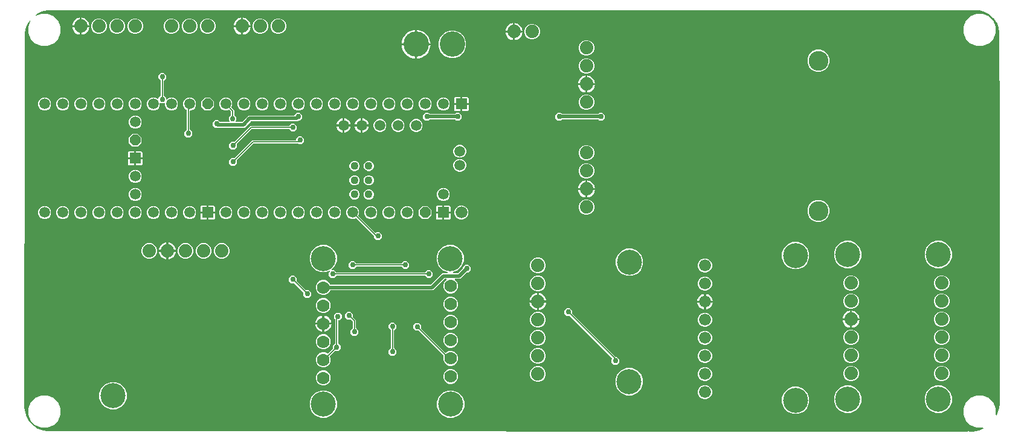
<source format=gbr>
G04 EAGLE Gerber RS-274X export*
G75*
%MOMM*%
%FSLAX34Y34*%
%LPD*%
%INBottom Copper*%
%IPPOS*%
%AMOC8*
5,1,8,0,0,1.08239X$1,22.5*%
G01*
%ADD10C,2.775000*%
%ADD11C,1.879600*%
%ADD12R,1.508000X1.508000*%
%ADD13C,1.676400*%
%ADD14P,1.632244X8X292.500000*%
%ADD15C,1.508000*%
%ADD16C,1.108000*%
%ADD17C,3.516000*%
%ADD18C,1.778000*%
%ADD19C,3.556000*%
%ADD20C,0.508000*%
%ADD21C,0.756400*%
%ADD22C,0.152400*%

G36*
X1262917Y480032D02*
X1262917Y480032D01*
X1262949Y480037D01*
X1263045Y480043D01*
X1271716Y481545D01*
X1271718Y481545D01*
X1271719Y481545D01*
X1271859Y481586D01*
X1271861Y481587D01*
X1271862Y481587D01*
X1271880Y481593D01*
X1277329Y483876D01*
X1277410Y483927D01*
X1277494Y483972D01*
X1277514Y483992D01*
X1277537Y484006D01*
X1277598Y484080D01*
X1277664Y484150D01*
X1277676Y484175D01*
X1277693Y484197D01*
X1277727Y484286D01*
X1277767Y484373D01*
X1277771Y484401D01*
X1277780Y484427D01*
X1277784Y484522D01*
X1277795Y484617D01*
X1277789Y484645D01*
X1277790Y484672D01*
X1277763Y484764D01*
X1277742Y484858D01*
X1277728Y484882D01*
X1277720Y484908D01*
X1277665Y484987D01*
X1277616Y485069D01*
X1277595Y485087D01*
X1277579Y485110D01*
X1277502Y485167D01*
X1277429Y485229D01*
X1277403Y485239D01*
X1277381Y485256D01*
X1277290Y485285D01*
X1277201Y485321D01*
X1277166Y485325D01*
X1277147Y485331D01*
X1277114Y485330D01*
X1277034Y485339D01*
X1268033Y485339D01*
X1259704Y488789D01*
X1253329Y495164D01*
X1249879Y503493D01*
X1249879Y512507D01*
X1253329Y520836D01*
X1259704Y527211D01*
X1268033Y530661D01*
X1277047Y530661D01*
X1285376Y527211D01*
X1291751Y520836D01*
X1295201Y512507D01*
X1295201Y503461D01*
X1295210Y503404D01*
X1295209Y503346D01*
X1295230Y503283D01*
X1295240Y503218D01*
X1295267Y503167D01*
X1295285Y503112D01*
X1295325Y503059D01*
X1295356Y503000D01*
X1295397Y502961D01*
X1295432Y502914D01*
X1295486Y502877D01*
X1295534Y502831D01*
X1295586Y502807D01*
X1295633Y502774D01*
X1295697Y502755D01*
X1295757Y502727D01*
X1295814Y502721D01*
X1295870Y502705D01*
X1295936Y502708D01*
X1296001Y502700D01*
X1296058Y502713D01*
X1296115Y502715D01*
X1296177Y502738D01*
X1296242Y502753D01*
X1296291Y502782D01*
X1296345Y502803D01*
X1296396Y502845D01*
X1296453Y502879D01*
X1296490Y502923D01*
X1296535Y502959D01*
X1296592Y503042D01*
X1296613Y503066D01*
X1296618Y503079D01*
X1296631Y503097D01*
X1297550Y504788D01*
X1297551Y504789D01*
X1297552Y504791D01*
X1297614Y504946D01*
X1299985Y513421D01*
X1299988Y513453D01*
X1300009Y513547D01*
X1300453Y517812D01*
X1300451Y517840D01*
X1300457Y517891D01*
X1300457Y972245D01*
X1300446Y972310D01*
X1300446Y972376D01*
X1300423Y972456D01*
X1300417Y972488D01*
X1300408Y972505D01*
X1300399Y972537D01*
X1300098Y973263D01*
X1300098Y1034233D01*
X1300096Y1034245D01*
X1300097Y1034254D01*
X1300091Y1034280D01*
X1300093Y1034319D01*
X1300061Y1034464D01*
X1300059Y1034476D01*
X1300057Y1034479D01*
X1300056Y1034483D01*
X1299994Y1034663D01*
X1300097Y1036426D01*
X1300095Y1036443D01*
X1300098Y1036470D01*
X1300098Y1038265D01*
X1300103Y1038276D01*
X1300112Y1038360D01*
X1300120Y1038392D01*
X1300118Y1038411D01*
X1300122Y1038442D01*
X1300126Y1040402D01*
X1300121Y1040434D01*
X1300116Y1040529D01*
X1298928Y1047626D01*
X1298927Y1047627D01*
X1298927Y1047629D01*
X1298881Y1047790D01*
X1296143Y1054444D01*
X1296143Y1054445D01*
X1296142Y1054447D01*
X1296061Y1054593D01*
X1291912Y1060472D01*
X1291911Y1060473D01*
X1291910Y1060474D01*
X1291799Y1060599D01*
X1286445Y1065406D01*
X1286444Y1065407D01*
X1286443Y1065408D01*
X1286306Y1065505D01*
X1280017Y1069001D01*
X1280016Y1069002D01*
X1280015Y1069002D01*
X1279860Y1069067D01*
X1272951Y1071075D01*
X1272919Y1071079D01*
X1272825Y1071101D01*
X1269414Y1071493D01*
X1269384Y1071492D01*
X1269327Y1071498D01*
X-30300Y1071498D01*
X-30316Y1071496D01*
X-30342Y1071497D01*
X-34216Y1071280D01*
X-34247Y1071273D01*
X-34343Y1071262D01*
X-41896Y1069538D01*
X-41897Y1069537D01*
X-41898Y1069537D01*
X-42057Y1069481D01*
X-49037Y1066120D01*
X-49038Y1066119D01*
X-49039Y1066119D01*
X-49173Y1066034D01*
X-49177Y1066032D01*
X-49178Y1066031D01*
X-49181Y1066029D01*
X-50579Y1064915D01*
X-50590Y1064902D01*
X-50605Y1064893D01*
X-50672Y1064811D01*
X-50744Y1064732D01*
X-50751Y1064717D01*
X-50761Y1064704D01*
X-50800Y1064604D01*
X-50842Y1064507D01*
X-50843Y1064490D01*
X-50850Y1064474D01*
X-50854Y1064368D01*
X-50863Y1064262D01*
X-50859Y1064245D01*
X-50860Y1064228D01*
X-50830Y1064126D01*
X-50805Y1064023D01*
X-50796Y1064008D01*
X-50791Y1063992D01*
X-50731Y1063905D01*
X-50674Y1063815D01*
X-50661Y1063804D01*
X-50651Y1063790D01*
X-50566Y1063726D01*
X-50483Y1063659D01*
X-50467Y1063653D01*
X-50454Y1063643D01*
X-50352Y1063610D01*
X-50253Y1063573D01*
X-50236Y1063572D01*
X-50220Y1063567D01*
X-50113Y1063568D01*
X-50007Y1063564D01*
X-49991Y1063569D01*
X-49974Y1063569D01*
X-49813Y1063616D01*
X-42607Y1066601D01*
X-33593Y1066601D01*
X-25264Y1063151D01*
X-18889Y1056776D01*
X-15439Y1048447D01*
X-15439Y1039433D01*
X-18889Y1031104D01*
X-25264Y1024729D01*
X-33593Y1021279D01*
X-42607Y1021279D01*
X-50936Y1024729D01*
X-57311Y1031104D01*
X-60761Y1039433D01*
X-60761Y1048447D01*
X-57776Y1055653D01*
X-57772Y1055669D01*
X-57764Y1055684D01*
X-57744Y1055789D01*
X-57720Y1055892D01*
X-57722Y1055909D01*
X-57718Y1055926D01*
X-57733Y1056031D01*
X-57743Y1056137D01*
X-57750Y1056153D01*
X-57752Y1056169D01*
X-57800Y1056265D01*
X-57843Y1056362D01*
X-57855Y1056374D01*
X-57862Y1056390D01*
X-57937Y1056465D01*
X-58010Y1056543D01*
X-58024Y1056551D01*
X-58036Y1056563D01*
X-58131Y1056610D01*
X-58225Y1056662D01*
X-58242Y1056665D01*
X-58257Y1056672D01*
X-58362Y1056686D01*
X-58467Y1056705D01*
X-58484Y1056703D01*
X-58501Y1056705D01*
X-58605Y1056685D01*
X-58710Y1056670D01*
X-58726Y1056662D01*
X-58742Y1056659D01*
X-58835Y1056606D01*
X-58930Y1056558D01*
X-58942Y1056546D01*
X-58956Y1056538D01*
X-59075Y1056419D01*
X-60189Y1055021D01*
X-60190Y1055020D01*
X-60191Y1055019D01*
X-60280Y1054877D01*
X-63641Y1047897D01*
X-63642Y1047895D01*
X-63643Y1047894D01*
X-63698Y1047736D01*
X-65422Y1040183D01*
X-65424Y1040151D01*
X-65440Y1040056D01*
X-65657Y1036182D01*
X-65655Y1036166D01*
X-65658Y1036140D01*
X-65658Y970723D01*
X-65854Y970250D01*
X-65869Y970186D01*
X-65894Y970125D01*
X-65903Y970042D01*
X-65910Y970010D01*
X-65909Y969991D01*
X-65912Y969958D01*
X-65912Y969504D01*
X-66002Y969286D01*
X-66017Y969222D01*
X-66042Y969162D01*
X-66051Y969078D01*
X-66059Y969046D01*
X-66057Y969027D01*
X-66060Y968995D01*
X-66271Y514283D01*
X-66268Y514263D01*
X-66268Y514257D01*
X-66270Y514241D01*
X-66269Y514237D01*
X-66269Y514230D01*
X-66005Y510447D01*
X-65998Y510416D01*
X-65986Y510321D01*
X-64193Y502932D01*
X-64193Y502931D01*
X-64193Y502930D01*
X-64135Y502772D01*
X-60743Y495968D01*
X-60742Y495967D01*
X-60742Y495966D01*
X-60650Y495825D01*
X-55829Y489947D01*
X-55828Y489946D01*
X-55827Y489945D01*
X-55707Y489828D01*
X-49698Y485170D01*
X-49697Y485170D01*
X-49696Y485169D01*
X-49552Y485082D01*
X-42658Y481878D01*
X-42656Y481878D01*
X-42655Y481877D01*
X-42496Y481824D01*
X-35061Y480236D01*
X-35029Y480234D01*
X-34934Y480220D01*
X-31156Y480060D01*
X-31143Y480062D01*
X-31124Y480060D01*
X-31023Y480060D01*
X-31019Y480060D01*
X-31012Y480060D01*
X-29042Y480087D01*
X-29019Y480078D01*
X-28926Y480068D01*
X-28894Y480061D01*
X-28878Y480063D01*
X-28852Y480060D01*
X1256053Y480036D01*
X1256097Y480044D01*
X1256142Y480042D01*
X1256278Y480073D01*
X1256295Y480076D01*
X1256299Y480078D01*
X1256306Y480080D01*
X1256449Y480130D01*
X1258174Y480037D01*
X1258190Y480039D01*
X1258215Y480036D01*
X1260016Y480036D01*
X1260038Y480034D01*
X1260070Y480026D01*
X1260090Y480028D01*
X1260124Y480025D01*
X1262917Y480032D01*
G37*
%LPC*%
G36*
X350607Y671829D02*
X350607Y671829D01*
X346779Y673415D01*
X343850Y676344D01*
X342264Y680172D01*
X342264Y684316D01*
X343850Y688144D01*
X346779Y691073D01*
X350607Y692659D01*
X354751Y692659D01*
X358579Y691073D01*
X361508Y688144D01*
X362073Y686779D01*
X362135Y686679D01*
X362195Y686579D01*
X362200Y686575D01*
X362203Y686570D01*
X362294Y686495D01*
X362382Y686419D01*
X362388Y686417D01*
X362393Y686413D01*
X362501Y686371D01*
X362610Y686327D01*
X362618Y686326D01*
X362622Y686325D01*
X362640Y686324D01*
X362777Y686309D01*
X503066Y686309D01*
X503156Y686323D01*
X503247Y686331D01*
X503277Y686343D01*
X503309Y686348D01*
X503390Y686391D01*
X503474Y686427D01*
X503506Y686453D01*
X503526Y686464D01*
X503540Y686477D01*
X503541Y686478D01*
X503552Y686489D01*
X503605Y686532D01*
X519511Y702438D01*
X526091Y702438D01*
X526187Y702453D01*
X526284Y702463D01*
X526308Y702473D01*
X526333Y702477D01*
X526419Y702523D01*
X526508Y702563D01*
X526528Y702580D01*
X526551Y702593D01*
X526618Y702663D01*
X526689Y702729D01*
X526702Y702752D01*
X526720Y702771D01*
X526761Y702859D01*
X526808Y702945D01*
X526813Y702970D01*
X526824Y702994D01*
X526834Y703091D01*
X526852Y703187D01*
X526848Y703213D01*
X526851Y703238D01*
X526830Y703334D01*
X526816Y703430D01*
X526804Y703453D01*
X526799Y703479D01*
X526749Y703562D01*
X526704Y703649D01*
X526686Y703668D01*
X526672Y703690D01*
X526598Y703753D01*
X526529Y703821D01*
X526500Y703837D01*
X526485Y703850D01*
X526455Y703862D01*
X526382Y703902D01*
X519657Y706688D01*
X514283Y712062D01*
X511374Y719084D01*
X511374Y726684D01*
X514283Y733706D01*
X519657Y739080D01*
X526679Y741989D01*
X534279Y741989D01*
X541301Y739080D01*
X546675Y733706D01*
X549584Y726684D01*
X549584Y719084D01*
X546675Y712062D01*
X541301Y706688D01*
X534576Y703902D01*
X534493Y703851D01*
X534407Y703805D01*
X534389Y703786D01*
X534367Y703773D01*
X534305Y703698D01*
X534238Y703627D01*
X534227Y703603D01*
X534210Y703583D01*
X534175Y703492D01*
X534134Y703404D01*
X534131Y703378D01*
X534122Y703354D01*
X534118Y703256D01*
X534107Y703160D01*
X534113Y703134D01*
X534112Y703108D01*
X534139Y703014D01*
X534159Y702919D01*
X534173Y702897D01*
X534180Y702872D01*
X534236Y702792D01*
X534286Y702708D01*
X534305Y702691D01*
X534320Y702670D01*
X534399Y702611D01*
X534473Y702548D01*
X534497Y702538D01*
X534518Y702523D01*
X534610Y702493D01*
X534701Y702456D01*
X534733Y702453D01*
X534752Y702447D01*
X534785Y702447D01*
X534867Y702438D01*
X541434Y702438D01*
X541524Y702452D01*
X541615Y702460D01*
X541645Y702472D01*
X541677Y702477D01*
X541757Y702520D01*
X541841Y702556D01*
X541873Y702582D01*
X541894Y702593D01*
X541916Y702616D01*
X541972Y702661D01*
X548190Y708879D01*
X548243Y708953D01*
X548303Y709022D01*
X548315Y709052D01*
X548334Y709078D01*
X548361Y709165D01*
X548395Y709250D01*
X548399Y709291D01*
X548406Y709314D01*
X548405Y709346D01*
X548413Y709417D01*
X548413Y710858D01*
X551522Y713967D01*
X555918Y713967D01*
X559027Y710858D01*
X559027Y706462D01*
X555918Y703353D01*
X554477Y703353D01*
X554387Y703339D01*
X554296Y703331D01*
X554266Y703319D01*
X554234Y703314D01*
X554154Y703271D01*
X554070Y703235D01*
X554038Y703209D01*
X554017Y703198D01*
X553995Y703175D01*
X553939Y703130D01*
X545117Y694308D01*
X537521Y694308D01*
X537450Y694297D01*
X537379Y694295D01*
X537330Y694277D01*
X537278Y694269D01*
X537215Y694235D01*
X537148Y694210D01*
X537107Y694178D01*
X537061Y694153D01*
X537012Y694101D01*
X536956Y694057D01*
X536928Y694013D01*
X536892Y693975D01*
X536862Y693910D01*
X536823Y693850D01*
X536810Y693799D01*
X536788Y693752D01*
X536780Y693681D01*
X536763Y693611D01*
X536767Y693559D01*
X536761Y693508D01*
X536776Y693437D01*
X536782Y693366D01*
X536802Y693318D01*
X536813Y693267D01*
X536850Y693206D01*
X536878Y693140D01*
X536923Y693084D01*
X536939Y693056D01*
X536957Y693041D01*
X536983Y693009D01*
X539943Y690049D01*
X541529Y686221D01*
X541529Y682077D01*
X539943Y678249D01*
X537014Y675320D01*
X533186Y673734D01*
X529042Y673734D01*
X525214Y675320D01*
X522285Y678249D01*
X520699Y682077D01*
X520699Y686221D01*
X522285Y690049D01*
X525245Y693009D01*
X525287Y693067D01*
X525336Y693119D01*
X525358Y693166D01*
X525389Y693208D01*
X525410Y693277D01*
X525440Y693342D01*
X525446Y693394D01*
X525461Y693444D01*
X525459Y693515D01*
X525467Y693586D01*
X525456Y693637D01*
X525455Y693689D01*
X525430Y693757D01*
X525415Y693827D01*
X525388Y693872D01*
X525370Y693920D01*
X525325Y693976D01*
X525289Y694038D01*
X525249Y694072D01*
X525216Y694112D01*
X525156Y694151D01*
X525102Y694198D01*
X525053Y694217D01*
X525010Y694245D01*
X524940Y694263D01*
X524874Y694290D01*
X524802Y694298D01*
X524771Y694306D01*
X524748Y694304D01*
X524707Y694308D01*
X523193Y694308D01*
X523103Y694294D01*
X523012Y694286D01*
X522983Y694274D01*
X522951Y694269D01*
X522870Y694226D01*
X522786Y694190D01*
X522754Y694164D01*
X522733Y694153D01*
X522711Y694130D01*
X522655Y694085D01*
X506749Y678179D01*
X362777Y678179D01*
X362662Y678160D01*
X362546Y678143D01*
X362540Y678141D01*
X362534Y678140D01*
X362431Y678085D01*
X362327Y678032D01*
X362322Y678027D01*
X362317Y678024D01*
X362237Y677940D01*
X362154Y677856D01*
X362151Y677850D01*
X362147Y677846D01*
X362139Y677829D01*
X362073Y677709D01*
X361508Y676344D01*
X358579Y673415D01*
X354751Y671829D01*
X350607Y671829D01*
G37*
%LPD*%
%LPC*%
G36*
X363562Y695733D02*
X363562Y695733D01*
X360453Y698842D01*
X360453Y703238D01*
X361481Y704266D01*
X361538Y704345D01*
X361600Y704420D01*
X361609Y704444D01*
X361625Y704466D01*
X361653Y704559D01*
X361688Y704650D01*
X361689Y704676D01*
X361697Y704701D01*
X361694Y704798D01*
X361699Y704895D01*
X361691Y704920D01*
X361691Y704947D01*
X361657Y705038D01*
X361630Y705132D01*
X361615Y705153D01*
X361606Y705178D01*
X361545Y705254D01*
X361490Y705334D01*
X361469Y705349D01*
X361452Y705370D01*
X361371Y705422D01*
X361292Y705480D01*
X361268Y705488D01*
X361246Y705503D01*
X361151Y705526D01*
X361059Y705557D01*
X361032Y705556D01*
X361007Y705563D01*
X360910Y705555D01*
X360813Y705554D01*
X360781Y705545D01*
X360762Y705544D01*
X360731Y705531D01*
X360651Y705507D01*
X356479Y703779D01*
X348879Y703779D01*
X341857Y706688D01*
X336483Y712062D01*
X333574Y719084D01*
X333574Y726684D01*
X336483Y733706D01*
X341857Y739080D01*
X348879Y741989D01*
X356479Y741989D01*
X363501Y739080D01*
X368875Y733706D01*
X371784Y726684D01*
X371784Y719084D01*
X368875Y712062D01*
X364459Y707646D01*
X364418Y707588D01*
X364368Y707536D01*
X364346Y707489D01*
X364316Y707447D01*
X364295Y707378D01*
X364265Y707313D01*
X364259Y707261D01*
X364244Y707211D01*
X364245Y707140D01*
X364237Y707069D01*
X364249Y707018D01*
X364250Y706966D01*
X364275Y706898D01*
X364290Y706828D01*
X364316Y706783D01*
X364334Y706735D01*
X364379Y706679D01*
X364416Y706617D01*
X364455Y706583D01*
X364488Y706543D01*
X364548Y706504D01*
X364603Y706457D01*
X364651Y706438D01*
X364695Y706410D01*
X364764Y706392D01*
X364831Y706365D01*
X364902Y706357D01*
X364933Y706349D01*
X364957Y706351D01*
X364998Y706347D01*
X367958Y706347D01*
X370755Y703550D01*
X370829Y703497D01*
X370899Y703437D01*
X370929Y703425D01*
X370955Y703406D01*
X371042Y703379D01*
X371127Y703345D01*
X371168Y703341D01*
X371190Y703334D01*
X371222Y703335D01*
X371293Y703327D01*
X494847Y703327D01*
X494937Y703341D01*
X495028Y703349D01*
X495057Y703361D01*
X495089Y703366D01*
X495170Y703409D01*
X495254Y703445D01*
X495286Y703471D01*
X495307Y703482D01*
X495329Y703505D01*
X495385Y703550D01*
X498182Y706347D01*
X502578Y706347D01*
X505687Y703238D01*
X505687Y698842D01*
X502578Y695733D01*
X498182Y695733D01*
X495385Y698530D01*
X495311Y698583D01*
X495241Y698643D01*
X495211Y698655D01*
X495185Y698674D01*
X495098Y698701D01*
X495013Y698735D01*
X494972Y698739D01*
X494950Y698746D01*
X494918Y698745D01*
X494847Y698753D01*
X371293Y698753D01*
X371203Y698739D01*
X371112Y698731D01*
X371083Y698719D01*
X371051Y698714D01*
X370970Y698671D01*
X370886Y698635D01*
X370854Y698609D01*
X370833Y698598D01*
X370811Y698575D01*
X370755Y698530D01*
X367958Y695733D01*
X363562Y695733D01*
G37*
%LPD*%
%LPC*%
G36*
X-42607Y485339D02*
X-42607Y485339D01*
X-50936Y488789D01*
X-57311Y495164D01*
X-60761Y503493D01*
X-60761Y512507D01*
X-57311Y520836D01*
X-50936Y527211D01*
X-42607Y530661D01*
X-33593Y530661D01*
X-25264Y527211D01*
X-18889Y520836D01*
X-15439Y512507D01*
X-15439Y503493D01*
X-18889Y495164D01*
X-25264Y488789D01*
X-33593Y485339D01*
X-42607Y485339D01*
G37*
%LPD*%
%LPC*%
G36*
X1268033Y1021279D02*
X1268033Y1021279D01*
X1259704Y1024729D01*
X1253329Y1031104D01*
X1249879Y1039433D01*
X1249879Y1048447D01*
X1253329Y1056776D01*
X1259704Y1063151D01*
X1268033Y1066601D01*
X1277047Y1066601D01*
X1285376Y1063151D01*
X1291751Y1056776D01*
X1295201Y1048447D01*
X1295201Y1039433D01*
X1291751Y1031104D01*
X1285376Y1024729D01*
X1277047Y1021279D01*
X1268033Y1021279D01*
G37*
%LPD*%
%LPC*%
G36*
X202730Y906490D02*
X202730Y906490D01*
X202695Y906501D01*
X202610Y906535D01*
X202569Y906539D01*
X202546Y906546D01*
X202514Y906545D01*
X202443Y906553D01*
X201002Y906553D01*
X197893Y909662D01*
X197893Y914058D01*
X201002Y917167D01*
X205398Y917167D01*
X207723Y914842D01*
X207797Y914789D01*
X207866Y914730D01*
X207896Y914717D01*
X207922Y914699D01*
X208009Y914672D01*
X208094Y914638D01*
X208135Y914633D01*
X208157Y914626D01*
X208190Y914627D01*
X208261Y914619D01*
X220626Y914619D01*
X220696Y914631D01*
X220768Y914633D01*
X220817Y914651D01*
X220868Y914659D01*
X220932Y914693D01*
X220999Y914717D01*
X221040Y914750D01*
X221086Y914774D01*
X221135Y914826D01*
X221191Y914871D01*
X221219Y914915D01*
X221255Y914952D01*
X221285Y915017D01*
X221324Y915078D01*
X221337Y915128D01*
X221359Y915175D01*
X221367Y915247D01*
X221384Y915316D01*
X221380Y915368D01*
X221386Y915420D01*
X221371Y915490D01*
X221365Y915561D01*
X221345Y915609D01*
X221334Y915660D01*
X221297Y915722D01*
X221269Y915788D01*
X221224Y915844D01*
X221207Y915871D01*
X221190Y915887D01*
X221164Y915919D01*
X220118Y916964D01*
X220118Y921361D01*
X222915Y924158D01*
X222968Y924232D01*
X223028Y924301D01*
X223040Y924331D01*
X223059Y924357D01*
X223086Y924444D01*
X223120Y924529D01*
X223124Y924570D01*
X223131Y924592D01*
X223130Y924625D01*
X223138Y924696D01*
X223138Y929012D01*
X223124Y929103D01*
X223116Y929193D01*
X223104Y929223D01*
X223099Y929255D01*
X223056Y929336D01*
X223020Y929420D01*
X222994Y929452D01*
X222983Y929473D01*
X222960Y929495D01*
X222915Y929551D01*
X220911Y931555D01*
X220816Y931623D01*
X220722Y931693D01*
X220716Y931695D01*
X220711Y931699D01*
X220600Y931733D01*
X220488Y931769D01*
X220482Y931769D01*
X220476Y931771D01*
X220359Y931768D01*
X220242Y931767D01*
X220235Y931765D01*
X220230Y931765D01*
X220213Y931758D01*
X220081Y931720D01*
X217703Y930735D01*
X214097Y930735D01*
X210765Y932115D01*
X208215Y934665D01*
X206835Y937997D01*
X206835Y941603D01*
X208215Y944935D01*
X210765Y947485D01*
X214097Y948865D01*
X217703Y948865D01*
X221035Y947485D01*
X223585Y944935D01*
X224965Y941603D01*
X224965Y937997D01*
X223980Y935619D01*
X223953Y935505D01*
X223924Y935392D01*
X223925Y935385D01*
X223924Y935379D01*
X223935Y935263D01*
X223944Y935146D01*
X223946Y935141D01*
X223947Y935134D01*
X223994Y935027D01*
X224040Y934920D01*
X224045Y934914D01*
X224047Y934910D01*
X224059Y934896D01*
X224145Y934789D01*
X226149Y932785D01*
X227712Y931222D01*
X227712Y924696D01*
X227726Y924606D01*
X227734Y924515D01*
X227746Y924485D01*
X227751Y924453D01*
X227794Y924373D01*
X227830Y924289D01*
X227856Y924256D01*
X227867Y924236D01*
X227890Y924214D01*
X227935Y924158D01*
X230732Y921361D01*
X230732Y916964D01*
X229686Y915919D01*
X229644Y915861D01*
X229595Y915809D01*
X229573Y915761D01*
X229543Y915719D01*
X229521Y915651D01*
X229491Y915585D01*
X229486Y915534D01*
X229470Y915484D01*
X229472Y915412D01*
X229464Y915341D01*
X229475Y915290D01*
X229477Y915238D01*
X229501Y915171D01*
X229516Y915101D01*
X229543Y915056D01*
X229561Y915007D01*
X229606Y914951D01*
X229643Y914890D01*
X229682Y914856D01*
X229715Y914815D01*
X229775Y914776D01*
X229830Y914730D01*
X229878Y914710D01*
X229922Y914682D01*
X229991Y914665D01*
X230058Y914638D01*
X230129Y914630D01*
X230160Y914622D01*
X230183Y914624D01*
X230224Y914619D01*
X238640Y914619D01*
X238730Y914634D01*
X238821Y914641D01*
X238850Y914654D01*
X238882Y914659D01*
X238963Y914702D01*
X239047Y914737D01*
X239079Y914763D01*
X239100Y914774D01*
X239122Y914797D01*
X239178Y914842D01*
X247880Y923545D01*
X311432Y923545D01*
X311452Y923548D01*
X311471Y923546D01*
X311573Y923568D01*
X311675Y923584D01*
X311692Y923594D01*
X311712Y923598D01*
X311801Y923651D01*
X311892Y923700D01*
X311906Y923714D01*
X311923Y923724D01*
X311990Y923803D01*
X312062Y923878D01*
X312070Y923896D01*
X312083Y923911D01*
X312122Y924007D01*
X312165Y924101D01*
X312167Y924121D01*
X312175Y924139D01*
X312182Y924207D01*
X315302Y927327D01*
X319698Y927327D01*
X322807Y924218D01*
X322807Y919822D01*
X319698Y916713D01*
X318257Y916713D01*
X318167Y916699D01*
X318076Y916691D01*
X318046Y916679D01*
X318014Y916674D01*
X317934Y916631D01*
X317850Y916595D01*
X317818Y916569D01*
X317797Y916558D01*
X317775Y916535D01*
X317719Y916490D01*
X316644Y915415D01*
X251563Y915415D01*
X251473Y915401D01*
X251382Y915393D01*
X251352Y915381D01*
X251320Y915376D01*
X251240Y915333D01*
X251156Y915297D01*
X251124Y915271D01*
X251103Y915260D01*
X251081Y915237D01*
X251025Y915192D01*
X242322Y906490D01*
X202730Y906490D01*
G37*
%LPD*%
%LPC*%
G36*
X529560Y1004315D02*
X529560Y1004315D01*
X522465Y1007254D01*
X517034Y1012685D01*
X514095Y1019780D01*
X514095Y1027460D01*
X517034Y1034555D01*
X522465Y1039986D01*
X529560Y1042925D01*
X537240Y1042925D01*
X544335Y1039986D01*
X549766Y1034555D01*
X552705Y1027460D01*
X552705Y1019780D01*
X549766Y1012685D01*
X544335Y1007254D01*
X537240Y1004315D01*
X529560Y1004315D01*
G37*
%LPD*%
%LPC*%
G36*
X1083693Y709429D02*
X1083693Y709429D01*
X1076671Y712338D01*
X1071297Y717712D01*
X1068389Y724734D01*
X1068389Y732334D01*
X1071297Y739356D01*
X1076671Y744730D01*
X1083693Y747639D01*
X1091294Y747639D01*
X1098315Y744730D01*
X1103690Y739356D01*
X1106598Y732334D01*
X1106598Y724734D01*
X1103690Y717712D01*
X1098315Y712338D01*
X1091294Y709429D01*
X1083693Y709429D01*
G37*
%LPD*%
%LPC*%
G36*
X1210693Y709429D02*
X1210693Y709429D01*
X1203671Y712338D01*
X1198297Y717712D01*
X1195389Y724734D01*
X1195389Y732334D01*
X1198297Y739356D01*
X1203671Y744730D01*
X1210693Y747639D01*
X1218294Y747639D01*
X1225315Y744730D01*
X1230690Y739356D01*
X1233598Y732334D01*
X1233598Y724734D01*
X1230690Y717712D01*
X1225315Y712338D01*
X1218294Y709429D01*
X1210693Y709429D01*
G37*
%LPD*%
%LPC*%
G36*
X348879Y499309D02*
X348879Y499309D01*
X341857Y502218D01*
X336483Y507592D01*
X333574Y514614D01*
X333574Y522214D01*
X336483Y529236D01*
X341857Y534610D01*
X348879Y537519D01*
X356479Y537519D01*
X363501Y534610D01*
X368875Y529236D01*
X371784Y522214D01*
X371784Y514614D01*
X368875Y507592D01*
X363501Y502218D01*
X356479Y499309D01*
X348879Y499309D01*
G37*
%LPD*%
%LPC*%
G36*
X54112Y511247D02*
X54112Y511247D01*
X47090Y514156D01*
X41716Y519530D01*
X38807Y526552D01*
X38807Y534152D01*
X41716Y541174D01*
X47090Y546548D01*
X54112Y549457D01*
X61712Y549457D01*
X68734Y546548D01*
X74108Y541174D01*
X77017Y534152D01*
X77017Y526552D01*
X74108Y519530D01*
X68734Y514156D01*
X61712Y511247D01*
X54112Y511247D01*
G37*
%LPD*%
%LPC*%
G36*
X777877Y698634D02*
X777877Y698634D01*
X770855Y701543D01*
X765481Y706917D01*
X762573Y713939D01*
X762573Y721539D01*
X765481Y728561D01*
X770855Y733935D01*
X777877Y736844D01*
X785478Y736844D01*
X792499Y733935D01*
X797874Y728561D01*
X800782Y721539D01*
X800782Y713939D01*
X797874Y706917D01*
X792499Y701543D01*
X785478Y698634D01*
X777877Y698634D01*
G37*
%LPD*%
%LPC*%
G36*
X1010676Y504643D02*
X1010676Y504643D01*
X1003654Y507552D01*
X998280Y512926D01*
X995371Y519948D01*
X995371Y527548D01*
X998280Y534570D01*
X1003654Y539944D01*
X1010676Y542853D01*
X1018276Y542853D01*
X1025298Y539944D01*
X1030672Y534570D01*
X1033581Y527548D01*
X1033581Y519948D01*
X1030672Y512926D01*
X1025298Y507552D01*
X1018276Y504643D01*
X1010676Y504643D01*
G37*
%LPD*%
%LPC*%
G36*
X1010676Y707843D02*
X1010676Y707843D01*
X1003654Y710752D01*
X998280Y716126D01*
X995371Y723148D01*
X995371Y730748D01*
X998280Y737770D01*
X1003654Y743144D01*
X1010676Y746053D01*
X1018276Y746053D01*
X1025298Y743144D01*
X1030672Y737770D01*
X1033581Y730748D01*
X1033581Y723148D01*
X1030672Y716126D01*
X1025298Y710752D01*
X1018276Y707843D01*
X1010676Y707843D01*
G37*
%LPD*%
%LPC*%
G36*
X777504Y530805D02*
X777504Y530805D01*
X770482Y533714D01*
X765108Y539088D01*
X762199Y546110D01*
X762199Y553710D01*
X765108Y560732D01*
X770482Y566106D01*
X777504Y569015D01*
X785104Y569015D01*
X792126Y566106D01*
X797500Y560732D01*
X800409Y553710D01*
X800409Y546110D01*
X797500Y539088D01*
X792126Y533714D01*
X785104Y530805D01*
X777504Y530805D01*
G37*
%LPD*%
%LPC*%
G36*
X1210693Y506229D02*
X1210693Y506229D01*
X1203671Y509138D01*
X1198297Y514512D01*
X1195389Y521534D01*
X1195389Y529134D01*
X1198297Y536156D01*
X1203671Y541530D01*
X1210693Y544439D01*
X1218294Y544439D01*
X1225315Y541530D01*
X1230690Y536156D01*
X1233598Y529134D01*
X1233598Y521534D01*
X1230690Y514512D01*
X1225315Y509138D01*
X1218294Y506229D01*
X1210693Y506229D01*
G37*
%LPD*%
%LPC*%
G36*
X527314Y499309D02*
X527314Y499309D01*
X520292Y502218D01*
X514918Y507592D01*
X512009Y514614D01*
X512009Y522214D01*
X514918Y529236D01*
X520292Y534610D01*
X527314Y537519D01*
X534914Y537519D01*
X541936Y534610D01*
X547310Y529236D01*
X550219Y522214D01*
X550219Y514614D01*
X547310Y507592D01*
X541936Y502218D01*
X534914Y499309D01*
X527314Y499309D01*
G37*
%LPD*%
%LPC*%
G36*
X1083693Y506229D02*
X1083693Y506229D01*
X1076671Y509138D01*
X1071297Y514512D01*
X1068389Y521534D01*
X1068389Y529134D01*
X1071297Y536156D01*
X1076671Y541530D01*
X1083693Y544439D01*
X1091294Y544439D01*
X1098315Y541530D01*
X1103690Y536156D01*
X1106598Y529134D01*
X1106598Y521534D01*
X1103690Y514512D01*
X1098315Y509138D01*
X1091294Y506229D01*
X1083693Y506229D01*
G37*
%LPD*%
%LPC*%
G36*
X112497Y930735D02*
X112497Y930735D01*
X109165Y932115D01*
X106615Y934665D01*
X105235Y937997D01*
X105235Y941603D01*
X106615Y944935D01*
X109165Y947485D01*
X112497Y948865D01*
X116103Y948865D01*
X119435Y947485D01*
X120394Y946526D01*
X120452Y946484D01*
X120504Y946435D01*
X120551Y946413D01*
X120593Y946382D01*
X120662Y946361D01*
X120727Y946331D01*
X120779Y946325D01*
X120829Y946310D01*
X120900Y946312D01*
X120971Y946304D01*
X121022Y946315D01*
X121074Y946316D01*
X121142Y946341D01*
X121212Y946356D01*
X121257Y946383D01*
X121305Y946401D01*
X121361Y946446D01*
X121423Y946482D01*
X121457Y946522D01*
X121497Y946554D01*
X121536Y946615D01*
X121583Y946669D01*
X121602Y946717D01*
X121630Y946761D01*
X121648Y946831D01*
X121675Y946897D01*
X121683Y946969D01*
X121691Y947000D01*
X121689Y947023D01*
X121693Y947064D01*
X121693Y948348D01*
X124490Y951145D01*
X124543Y951219D01*
X124603Y951289D01*
X124615Y951319D01*
X124634Y951345D01*
X124661Y951432D01*
X124695Y951517D01*
X124699Y951558D01*
X124706Y951580D01*
X124705Y951612D01*
X124713Y951683D01*
X124713Y972367D01*
X124699Y972457D01*
X124691Y972548D01*
X124679Y972577D01*
X124674Y972609D01*
X124631Y972690D01*
X124595Y972774D01*
X124569Y972806D01*
X124558Y972827D01*
X124535Y972849D01*
X124490Y972905D01*
X121693Y975702D01*
X121693Y980098D01*
X124802Y983207D01*
X129198Y983207D01*
X132307Y980098D01*
X132307Y975702D01*
X129510Y972905D01*
X129457Y972831D01*
X129397Y972761D01*
X129385Y972731D01*
X129366Y972705D01*
X129339Y972618D01*
X129305Y972533D01*
X129301Y972492D01*
X129294Y972470D01*
X129295Y972438D01*
X129287Y972367D01*
X129287Y951683D01*
X129301Y951593D01*
X129309Y951502D01*
X129321Y951473D01*
X129326Y951441D01*
X129369Y951360D01*
X129405Y951276D01*
X129431Y951244D01*
X129442Y951223D01*
X129465Y951201D01*
X129510Y951145D01*
X132307Y948348D01*
X132307Y947064D01*
X132318Y946993D01*
X132320Y946922D01*
X132338Y946873D01*
X132346Y946821D01*
X132380Y946758D01*
X132405Y946691D01*
X132437Y946650D01*
X132462Y946604D01*
X132514Y946555D01*
X132558Y946499D01*
X132602Y946470D01*
X132640Y946435D01*
X132705Y946404D01*
X132765Y946366D01*
X132816Y946353D01*
X132863Y946331D01*
X132934Y946323D01*
X133004Y946305D01*
X133056Y946310D01*
X133107Y946304D01*
X133178Y946319D01*
X133249Y946325D01*
X133297Y946345D01*
X133348Y946356D01*
X133409Y946393D01*
X133475Y946421D01*
X133531Y946466D01*
X133559Y946482D01*
X133574Y946500D01*
X133606Y946526D01*
X134565Y947485D01*
X137897Y948865D01*
X141503Y948865D01*
X144835Y947485D01*
X147385Y944935D01*
X148765Y941603D01*
X148765Y937997D01*
X147385Y934665D01*
X144835Y932115D01*
X141503Y930735D01*
X137897Y930735D01*
X134565Y932115D01*
X132015Y934665D01*
X130635Y937997D01*
X130635Y940443D01*
X130624Y940513D01*
X130622Y940585D01*
X130604Y940634D01*
X130596Y940685D01*
X130562Y940749D01*
X130537Y940816D01*
X130505Y940857D01*
X130480Y940903D01*
X130429Y940952D01*
X130384Y941008D01*
X130340Y941036D01*
X130302Y941072D01*
X130237Y941102D01*
X130177Y941141D01*
X130126Y941154D01*
X130079Y941176D01*
X130008Y941184D01*
X129938Y941201D01*
X129886Y941197D01*
X129835Y941203D01*
X129764Y941188D01*
X129693Y941182D01*
X129645Y941162D01*
X129594Y941151D01*
X129533Y941114D01*
X129467Y941086D01*
X129411Y941041D01*
X129383Y941024D01*
X129368Y941007D01*
X129336Y940981D01*
X129198Y940843D01*
X124802Y940843D01*
X124664Y940981D01*
X124606Y941023D01*
X124554Y941072D01*
X124507Y941094D01*
X124465Y941124D01*
X124396Y941146D01*
X124331Y941176D01*
X124279Y941181D01*
X124229Y941197D01*
X124158Y941195D01*
X124087Y941203D01*
X124036Y941192D01*
X123984Y941190D01*
X123916Y941166D01*
X123846Y941151D01*
X123801Y941124D01*
X123753Y941106D01*
X123697Y941061D01*
X123635Y941024D01*
X123601Y940985D01*
X123561Y940952D01*
X123522Y940892D01*
X123475Y940837D01*
X123456Y940789D01*
X123428Y940745D01*
X123410Y940676D01*
X123383Y940609D01*
X123375Y940538D01*
X123367Y940507D01*
X123369Y940484D01*
X123365Y940443D01*
X123365Y937997D01*
X121985Y934665D01*
X119435Y932115D01*
X116103Y930735D01*
X112497Y930735D01*
G37*
%LPD*%
%LPC*%
G36*
X1043517Y985340D02*
X1043517Y985340D01*
X1037857Y987685D01*
X1033525Y992017D01*
X1031180Y997677D01*
X1031180Y1003803D01*
X1033525Y1009463D01*
X1037857Y1013795D01*
X1043517Y1016140D01*
X1049643Y1016140D01*
X1055303Y1013795D01*
X1059635Y1009463D01*
X1061980Y1003803D01*
X1061980Y997677D01*
X1059635Y992017D01*
X1055303Y987685D01*
X1049643Y985340D01*
X1043517Y985340D01*
G37*
%LPD*%
%LPC*%
G36*
X1043517Y774340D02*
X1043517Y774340D01*
X1037857Y776685D01*
X1033525Y781017D01*
X1031180Y786677D01*
X1031180Y792803D01*
X1033525Y798463D01*
X1037857Y802795D01*
X1043517Y805140D01*
X1049643Y805140D01*
X1055303Y802795D01*
X1059635Y798463D01*
X1061980Y792803D01*
X1061980Y786677D01*
X1059635Y781017D01*
X1055303Y776685D01*
X1049643Y774340D01*
X1043517Y774340D01*
G37*
%LPD*%
%LPC*%
G36*
X350607Y570229D02*
X350607Y570229D01*
X346779Y571815D01*
X343850Y574744D01*
X342264Y578572D01*
X342264Y582716D01*
X343850Y586544D01*
X346779Y589473D01*
X350607Y591059D01*
X354751Y591059D01*
X358567Y589478D01*
X358680Y589451D01*
X358794Y589423D01*
X358800Y589423D01*
X358806Y589422D01*
X358923Y589433D01*
X359039Y589442D01*
X359045Y589444D01*
X359051Y589445D01*
X359159Y589493D01*
X359266Y589538D01*
X359271Y589543D01*
X359276Y589545D01*
X359290Y589558D01*
X359397Y589643D01*
X365945Y596192D01*
X365998Y596266D01*
X366058Y596335D01*
X366070Y596365D01*
X366089Y596391D01*
X366116Y596478D01*
X366150Y596563D01*
X366154Y596604D01*
X366161Y596627D01*
X366160Y596659D01*
X366168Y596730D01*
X366168Y600686D01*
X368965Y603483D01*
X369018Y603557D01*
X369078Y603626D01*
X369090Y603656D01*
X369109Y603682D01*
X369136Y603769D01*
X369170Y603854D01*
X369174Y603895D01*
X369181Y603917D01*
X369180Y603950D01*
X369188Y604021D01*
X369188Y637404D01*
X369174Y637494D01*
X369166Y637585D01*
X369154Y637615D01*
X369149Y637647D01*
X369106Y637727D01*
X369070Y637811D01*
X369044Y637844D01*
X369033Y637864D01*
X369010Y637886D01*
X368965Y637942D01*
X367756Y639152D01*
X367756Y643548D01*
X370864Y646657D01*
X375261Y646657D01*
X378369Y643548D01*
X378369Y639152D01*
X375261Y636043D01*
X374523Y636043D01*
X374503Y636040D01*
X374484Y636042D01*
X374382Y636020D01*
X374280Y636004D01*
X374263Y635994D01*
X374243Y635990D01*
X374154Y635937D01*
X374063Y635888D01*
X374049Y635874D01*
X374032Y635864D01*
X373965Y635785D01*
X373893Y635710D01*
X373885Y635692D01*
X373872Y635677D01*
X373833Y635581D01*
X373790Y635487D01*
X373788Y635467D01*
X373780Y635449D01*
X373762Y635282D01*
X373762Y604021D01*
X373776Y603931D01*
X373784Y603840D01*
X373796Y603810D01*
X373801Y603778D01*
X373844Y603698D01*
X373880Y603614D01*
X373906Y603582D01*
X373917Y603561D01*
X373940Y603539D01*
X373985Y603483D01*
X376782Y600686D01*
X376782Y596289D01*
X373673Y593181D01*
X369718Y593181D01*
X369627Y593166D01*
X369537Y593159D01*
X369507Y593146D01*
X369475Y593141D01*
X369394Y593098D01*
X369310Y593063D01*
X369278Y593037D01*
X369257Y593026D01*
X369235Y593003D01*
X369179Y592958D01*
X362236Y586015D01*
X362168Y585921D01*
X362098Y585826D01*
X362096Y585820D01*
X362092Y585815D01*
X362058Y585704D01*
X362022Y585592D01*
X362022Y585586D01*
X362020Y585580D01*
X362023Y585463D01*
X362024Y585346D01*
X362026Y585339D01*
X362026Y585334D01*
X362033Y585316D01*
X362071Y585185D01*
X363094Y582716D01*
X363094Y578572D01*
X361508Y574744D01*
X358579Y571815D01*
X354751Y570229D01*
X350607Y570229D01*
G37*
%LPD*%
%LPC*%
G36*
X529042Y572134D02*
X529042Y572134D01*
X525214Y573720D01*
X522285Y576649D01*
X520699Y580477D01*
X520699Y584621D01*
X521294Y586057D01*
X521321Y586171D01*
X521350Y586284D01*
X521349Y586291D01*
X521350Y586297D01*
X521339Y586413D01*
X521330Y586530D01*
X521328Y586535D01*
X521327Y586542D01*
X521280Y586649D01*
X521234Y586756D01*
X521229Y586762D01*
X521227Y586766D01*
X521215Y586780D01*
X521129Y586887D01*
X486483Y621533D01*
X486409Y621586D01*
X486340Y621645D01*
X486310Y621658D01*
X486284Y621676D01*
X486197Y621703D01*
X486112Y621737D01*
X486071Y621742D01*
X486048Y621749D01*
X486016Y621748D01*
X485945Y621756D01*
X481989Y621756D01*
X478881Y624864D01*
X478881Y629261D01*
X481989Y632369D01*
X486386Y632369D01*
X489494Y629261D01*
X489494Y625305D01*
X489509Y625215D01*
X489516Y625124D01*
X489529Y625094D01*
X489534Y625062D01*
X489577Y624982D01*
X489612Y624898D01*
X489638Y624866D01*
X489649Y624845D01*
X489672Y624823D01*
X489717Y624767D01*
X523622Y590862D01*
X523638Y590850D01*
X523650Y590835D01*
X523738Y590779D01*
X523822Y590719D01*
X523841Y590713D01*
X523857Y590702D01*
X523958Y590677D01*
X524057Y590646D01*
X524077Y590647D01*
X524096Y590642D01*
X524199Y590650D01*
X524303Y590653D01*
X524321Y590659D01*
X524341Y590661D01*
X524436Y590701D01*
X524534Y590737D01*
X524549Y590750D01*
X524567Y590757D01*
X524698Y590862D01*
X525214Y591378D01*
X529042Y592964D01*
X533186Y592964D01*
X537014Y591378D01*
X539943Y588449D01*
X541529Y584621D01*
X541529Y580477D01*
X539943Y576649D01*
X537014Y573720D01*
X533186Y572134D01*
X529042Y572134D01*
G37*
%LPD*%
%LPC*%
G36*
X223862Y853213D02*
X223862Y853213D01*
X220753Y856322D01*
X220753Y860718D01*
X223862Y863827D01*
X227817Y863827D01*
X227908Y863841D01*
X227998Y863849D01*
X228028Y863861D01*
X228060Y863866D01*
X228141Y863909D01*
X228225Y863945D01*
X228257Y863971D01*
X228278Y863982D01*
X228300Y864005D01*
X228356Y864050D01*
X253053Y888747D01*
X313972Y888747D01*
X313992Y888750D01*
X314011Y888748D01*
X314113Y888770D01*
X314215Y888786D01*
X314232Y888796D01*
X314252Y888800D01*
X314341Y888853D01*
X314432Y888902D01*
X314446Y888916D01*
X314463Y888926D01*
X314530Y889005D01*
X314602Y889080D01*
X314610Y889098D01*
X314623Y889113D01*
X314662Y889209D01*
X314705Y889303D01*
X314707Y889323D01*
X314715Y889341D01*
X314733Y889508D01*
X314733Y891198D01*
X317842Y894307D01*
X322238Y894307D01*
X325347Y891198D01*
X325347Y886802D01*
X322238Y883693D01*
X317842Y883693D01*
X317585Y883950D01*
X317511Y884003D01*
X317441Y884063D01*
X317411Y884075D01*
X317385Y884094D01*
X317298Y884121D01*
X317213Y884155D01*
X317172Y884159D01*
X317150Y884166D01*
X317118Y884165D01*
X317047Y884173D01*
X255263Y884173D01*
X255172Y884159D01*
X255082Y884151D01*
X255052Y884139D01*
X255020Y884134D01*
X254939Y884091D01*
X254855Y884055D01*
X254823Y884029D01*
X254802Y884018D01*
X254780Y883995D01*
X254724Y883950D01*
X231590Y860816D01*
X231537Y860742D01*
X231477Y860672D01*
X231465Y860642D01*
X231446Y860616D01*
X231419Y860529D01*
X231385Y860444D01*
X231381Y860403D01*
X231374Y860381D01*
X231375Y860349D01*
X231367Y860277D01*
X231367Y856322D01*
X228258Y853213D01*
X223862Y853213D01*
G37*
%LPD*%
%LPC*%
G36*
X681062Y916713D02*
X681062Y916713D01*
X677953Y919822D01*
X677953Y924218D01*
X681062Y927327D01*
X685458Y927327D01*
X686477Y926308D01*
X686551Y926255D01*
X686621Y926195D01*
X686651Y926183D01*
X686677Y926164D01*
X686764Y926137D01*
X686849Y926103D01*
X686890Y926099D01*
X686912Y926092D01*
X686944Y926093D01*
X687015Y926085D01*
X737925Y926085D01*
X738015Y926099D01*
X738106Y926107D01*
X738135Y926119D01*
X738167Y926124D01*
X738248Y926167D01*
X738332Y926203D01*
X738364Y926229D01*
X738385Y926240D01*
X738407Y926263D01*
X738463Y926308D01*
X739482Y927327D01*
X743878Y927327D01*
X746987Y924218D01*
X746987Y919822D01*
X743878Y916713D01*
X739482Y916713D01*
X738463Y917732D01*
X738389Y917785D01*
X738319Y917845D01*
X738289Y917857D01*
X738263Y917876D01*
X738176Y917903D01*
X738091Y917937D01*
X738050Y917941D01*
X738028Y917948D01*
X737996Y917947D01*
X737925Y917955D01*
X687015Y917955D01*
X686925Y917941D01*
X686834Y917933D01*
X686805Y917921D01*
X686773Y917916D01*
X686692Y917873D01*
X686608Y917837D01*
X686576Y917811D01*
X686555Y917800D01*
X686533Y917777D01*
X686477Y917732D01*
X685458Y916713D01*
X681062Y916713D01*
G37*
%LPD*%
%LPC*%
G36*
X759802Y573813D02*
X759802Y573813D01*
X756693Y576922D01*
X756693Y581318D01*
X757362Y581987D01*
X757374Y582003D01*
X757390Y582016D01*
X757446Y582103D01*
X757506Y582187D01*
X757512Y582206D01*
X757523Y582223D01*
X757548Y582323D01*
X757578Y582422D01*
X757578Y582442D01*
X757583Y582461D01*
X757575Y582564D01*
X757572Y582668D01*
X757565Y582687D01*
X757563Y582706D01*
X757523Y582801D01*
X757487Y582899D01*
X757475Y582915D01*
X757467Y582933D01*
X757362Y583064D01*
X698256Y642170D01*
X698182Y642223D01*
X698112Y642283D01*
X698082Y642295D01*
X698056Y642314D01*
X697969Y642341D01*
X697884Y642375D01*
X697843Y642379D01*
X697821Y642386D01*
X697789Y642385D01*
X697717Y642393D01*
X693762Y642393D01*
X690653Y645502D01*
X690653Y649898D01*
X693762Y653007D01*
X698158Y653007D01*
X701267Y649898D01*
X701267Y645943D01*
X701281Y645852D01*
X701289Y645762D01*
X701301Y645732D01*
X701306Y645700D01*
X701349Y645619D01*
X701385Y645535D01*
X701411Y645503D01*
X701422Y645482D01*
X701445Y645460D01*
X701490Y645404D01*
X762244Y584650D01*
X762318Y584597D01*
X762388Y584537D01*
X762418Y584525D01*
X762444Y584506D01*
X762531Y584479D01*
X762616Y584445D01*
X762657Y584441D01*
X762679Y584434D01*
X762711Y584435D01*
X762782Y584427D01*
X764198Y584427D01*
X767307Y581318D01*
X767307Y576922D01*
X764198Y573813D01*
X759802Y573813D01*
G37*
%LPD*%
%LPC*%
G36*
X223862Y876073D02*
X223862Y876073D01*
X220753Y879182D01*
X220753Y883578D01*
X223862Y886687D01*
X227817Y886687D01*
X227908Y886701D01*
X227998Y886709D01*
X228028Y886721D01*
X228060Y886726D01*
X228141Y886769D01*
X228225Y886805D01*
X228257Y886831D01*
X228278Y886842D01*
X228300Y886865D01*
X228356Y886910D01*
X250513Y909067D01*
X304347Y909067D01*
X304437Y909081D01*
X304528Y909089D01*
X304557Y909101D01*
X304589Y909106D01*
X304670Y909149D01*
X304754Y909185D01*
X304786Y909211D01*
X304807Y909222D01*
X304829Y909245D01*
X304885Y909290D01*
X307682Y912087D01*
X312078Y912087D01*
X315187Y908978D01*
X315187Y904582D01*
X312078Y901473D01*
X307682Y901473D01*
X304885Y904270D01*
X304811Y904323D01*
X304741Y904383D01*
X304711Y904395D01*
X304685Y904414D01*
X304598Y904441D01*
X304513Y904475D01*
X304472Y904479D01*
X304450Y904486D01*
X304418Y904485D01*
X304347Y904493D01*
X252723Y904493D01*
X252632Y904479D01*
X252542Y904471D01*
X252512Y904459D01*
X252480Y904454D01*
X252399Y904411D01*
X252315Y904375D01*
X252283Y904349D01*
X252262Y904338D01*
X252240Y904315D01*
X252184Y904270D01*
X231590Y883676D01*
X231537Y883602D01*
X231477Y883532D01*
X231465Y883502D01*
X231446Y883476D01*
X231419Y883389D01*
X231385Y883304D01*
X231381Y883263D01*
X231374Y883241D01*
X231375Y883209D01*
X231367Y883137D01*
X231367Y879182D01*
X228258Y876073D01*
X223862Y876073D01*
G37*
%LPD*%
%LPC*%
G36*
X427062Y749073D02*
X427062Y749073D01*
X423953Y752182D01*
X423953Y753597D01*
X423939Y753688D01*
X423931Y753778D01*
X423919Y753808D01*
X423914Y753840D01*
X423871Y753921D01*
X423835Y754005D01*
X423809Y754037D01*
X423798Y754058D01*
X423775Y754080D01*
X423730Y754136D01*
X398711Y779155D01*
X398617Y779223D01*
X398522Y779293D01*
X398516Y779295D01*
X398511Y779299D01*
X398400Y779333D01*
X398288Y779369D01*
X398282Y779369D01*
X398276Y779371D01*
X398159Y779368D01*
X398042Y779367D01*
X398035Y779365D01*
X398030Y779365D01*
X398013Y779358D01*
X397881Y779320D01*
X395503Y778335D01*
X391897Y778335D01*
X388565Y779715D01*
X386015Y782265D01*
X384635Y785597D01*
X384635Y789203D01*
X386015Y792535D01*
X388565Y795085D01*
X391897Y796465D01*
X395503Y796465D01*
X398835Y795085D01*
X401385Y792535D01*
X402765Y789203D01*
X402765Y785597D01*
X401780Y783219D01*
X401753Y783105D01*
X401724Y782992D01*
X401725Y782985D01*
X401724Y782979D01*
X401735Y782863D01*
X401744Y782746D01*
X401746Y782741D01*
X401747Y782734D01*
X401794Y782627D01*
X401840Y782520D01*
X401845Y782514D01*
X401847Y782510D01*
X401859Y782496D01*
X401945Y782389D01*
X425316Y759018D01*
X425332Y759006D01*
X425345Y758990D01*
X425432Y758934D01*
X425516Y758874D01*
X425535Y758868D01*
X425552Y758857D01*
X425652Y758832D01*
X425751Y758802D01*
X425771Y758802D01*
X425790Y758797D01*
X425893Y758805D01*
X425997Y758808D01*
X426016Y758815D01*
X426036Y758817D01*
X426130Y758857D01*
X426228Y758893D01*
X426244Y758905D01*
X426262Y758913D01*
X426393Y759018D01*
X427062Y759687D01*
X431458Y759687D01*
X434567Y756578D01*
X434567Y752182D01*
X431458Y749073D01*
X427062Y749073D01*
G37*
%LPD*%
%LPC*%
G36*
X161314Y893218D02*
X161314Y893218D01*
X158206Y896327D01*
X158206Y900723D01*
X161003Y903520D01*
X161047Y903582D01*
X161076Y903613D01*
X161082Y903624D01*
X161115Y903664D01*
X161128Y903694D01*
X161146Y903720D01*
X161173Y903807D01*
X161207Y903892D01*
X161212Y903933D01*
X161219Y903955D01*
X161218Y903987D01*
X161226Y904058D01*
X161226Y931085D01*
X161207Y931199D01*
X161190Y931315D01*
X161187Y931321D01*
X161186Y931327D01*
X161132Y931430D01*
X161078Y931535D01*
X161074Y931539D01*
X161071Y931545D01*
X160987Y931624D01*
X160903Y931707D01*
X160896Y931711D01*
X160893Y931714D01*
X160876Y931722D01*
X160756Y931788D01*
X159965Y932115D01*
X157415Y934665D01*
X156035Y937997D01*
X156035Y941603D01*
X157415Y944935D01*
X159965Y947485D01*
X163297Y948865D01*
X166903Y948865D01*
X170235Y947485D01*
X172785Y944935D01*
X174165Y941603D01*
X174165Y937997D01*
X172785Y934665D01*
X170235Y932115D01*
X166903Y930735D01*
X166560Y930735D01*
X166541Y930732D01*
X166521Y930734D01*
X166420Y930712D01*
X166318Y930696D01*
X166300Y930686D01*
X166281Y930682D01*
X166192Y930629D01*
X166100Y930580D01*
X166087Y930566D01*
X166070Y930556D01*
X166002Y930477D01*
X165931Y930402D01*
X165923Y930384D01*
X165910Y930369D01*
X165871Y930273D01*
X165827Y930179D01*
X165825Y930159D01*
X165818Y930141D01*
X165799Y929974D01*
X165799Y904058D01*
X165814Y903968D01*
X165821Y903877D01*
X165834Y903848D01*
X165839Y903816D01*
X165882Y903735D01*
X165917Y903651D01*
X165943Y903619D01*
X165954Y903598D01*
X165977Y903576D01*
X165990Y903560D01*
X165996Y903550D01*
X166003Y903544D01*
X166022Y903520D01*
X168819Y900723D01*
X168819Y896327D01*
X165711Y893218D01*
X161314Y893218D01*
G37*
%LPD*%
%LPC*%
G36*
X391502Y708433D02*
X391502Y708433D01*
X388393Y711542D01*
X388393Y715938D01*
X391502Y719047D01*
X395898Y719047D01*
X398695Y716250D01*
X398769Y716197D01*
X398839Y716137D01*
X398869Y716125D01*
X398895Y716106D01*
X398982Y716079D01*
X399067Y716045D01*
X399108Y716041D01*
X399130Y716034D01*
X399162Y716035D01*
X399233Y716027D01*
X461827Y716027D01*
X461917Y716041D01*
X462008Y716049D01*
X462037Y716061D01*
X462069Y716066D01*
X462150Y716109D01*
X462234Y716145D01*
X462266Y716171D01*
X462287Y716182D01*
X462309Y716205D01*
X462365Y716250D01*
X465162Y719047D01*
X469558Y719047D01*
X472667Y715938D01*
X472667Y711542D01*
X469558Y708433D01*
X465162Y708433D01*
X462365Y711230D01*
X462291Y711283D01*
X462221Y711343D01*
X462191Y711355D01*
X462165Y711374D01*
X462078Y711401D01*
X461993Y711435D01*
X461952Y711439D01*
X461930Y711446D01*
X461898Y711445D01*
X461827Y711453D01*
X399233Y711453D01*
X399143Y711439D01*
X399052Y711431D01*
X399023Y711419D01*
X398991Y711414D01*
X398910Y711371D01*
X398826Y711335D01*
X398794Y711309D01*
X398773Y711298D01*
X398765Y711290D01*
X398749Y711274D01*
X398695Y711230D01*
X395898Y708433D01*
X391502Y708433D01*
G37*
%LPD*%
%LPC*%
G36*
X495642Y916713D02*
X495642Y916713D01*
X492533Y919822D01*
X492533Y924218D01*
X495642Y927327D01*
X500038Y927327D01*
X501057Y926308D01*
X501131Y926255D01*
X501201Y926195D01*
X501231Y926183D01*
X501257Y926164D01*
X501344Y926137D01*
X501429Y926103D01*
X501470Y926099D01*
X501492Y926092D01*
X501524Y926093D01*
X501595Y926085D01*
X537265Y926085D01*
X537355Y926099D01*
X537446Y926107D01*
X537475Y926119D01*
X537507Y926124D01*
X537588Y926167D01*
X537672Y926203D01*
X537704Y926229D01*
X537725Y926240D01*
X537747Y926263D01*
X537803Y926308D01*
X538822Y927327D01*
X543218Y927327D01*
X546327Y924218D01*
X546327Y919822D01*
X543218Y916713D01*
X538822Y916713D01*
X537803Y917732D01*
X537729Y917785D01*
X537659Y917845D01*
X537629Y917857D01*
X537603Y917876D01*
X537516Y917903D01*
X537431Y917937D01*
X537390Y917941D01*
X537368Y917948D01*
X537336Y917947D01*
X537265Y917955D01*
X501595Y917955D01*
X501505Y917941D01*
X501414Y917933D01*
X501385Y917921D01*
X501353Y917916D01*
X501272Y917873D01*
X501188Y917837D01*
X501156Y917811D01*
X501135Y917800D01*
X501113Y917777D01*
X501057Y917732D01*
X500038Y916713D01*
X495642Y916713D01*
G37*
%LPD*%
%LPC*%
G36*
X651179Y600582D02*
X651179Y600582D01*
X647164Y602245D01*
X644092Y605318D01*
X642429Y609332D01*
X642429Y613678D01*
X644092Y617692D01*
X647164Y620765D01*
X651179Y622428D01*
X655524Y622428D01*
X659539Y620765D01*
X662611Y617692D01*
X664274Y613678D01*
X664274Y609332D01*
X662611Y605318D01*
X659539Y602245D01*
X655524Y600582D01*
X651179Y600582D01*
G37*
%LPD*%
%LPC*%
G36*
X208139Y722629D02*
X208139Y722629D01*
X204125Y724292D01*
X201052Y727365D01*
X199389Y731379D01*
X199389Y735725D01*
X201052Y739739D01*
X204125Y742812D01*
X208139Y744475D01*
X212485Y744475D01*
X216499Y742812D01*
X219572Y739739D01*
X221235Y735725D01*
X221235Y731379D01*
X219572Y727365D01*
X216499Y724292D01*
X212485Y722629D01*
X208139Y722629D01*
G37*
%LPD*%
%LPC*%
G36*
X719187Y1007617D02*
X719187Y1007617D01*
X715173Y1009280D01*
X712100Y1012353D01*
X710437Y1016367D01*
X710437Y1020713D01*
X712100Y1024727D01*
X715173Y1027800D01*
X719187Y1029463D01*
X723533Y1029463D01*
X727547Y1027800D01*
X730620Y1024727D01*
X732283Y1020713D01*
X732283Y1016367D01*
X730620Y1012353D01*
X727547Y1009280D01*
X723533Y1007617D01*
X719187Y1007617D01*
G37*
%LPD*%
%LPC*%
G36*
X719187Y982217D02*
X719187Y982217D01*
X715173Y983880D01*
X712100Y986953D01*
X710437Y990967D01*
X710437Y995313D01*
X712100Y999327D01*
X715173Y1002400D01*
X719187Y1004063D01*
X723533Y1004063D01*
X727547Y1002400D01*
X730620Y999327D01*
X732283Y995313D01*
X732283Y990967D01*
X730620Y986953D01*
X727547Y983880D01*
X723533Y982217D01*
X719187Y982217D01*
G37*
%LPD*%
%LPC*%
G36*
X719187Y860297D02*
X719187Y860297D01*
X715173Y861960D01*
X712100Y865033D01*
X710437Y869047D01*
X710437Y873393D01*
X712100Y877407D01*
X715173Y880480D01*
X719187Y882143D01*
X723533Y882143D01*
X727547Y880480D01*
X730620Y877407D01*
X732283Y873393D01*
X732283Y869047D01*
X730620Y865033D01*
X727547Y861960D01*
X723533Y860297D01*
X719187Y860297D01*
G37*
%LPD*%
%LPC*%
G36*
X182739Y722629D02*
X182739Y722629D01*
X178725Y724292D01*
X175652Y727365D01*
X173989Y731379D01*
X173989Y735725D01*
X175652Y739739D01*
X178725Y742812D01*
X182739Y744475D01*
X187085Y744475D01*
X191099Y742812D01*
X194172Y739739D01*
X195835Y735725D01*
X195835Y731379D01*
X194172Y727365D01*
X191099Y724292D01*
X187085Y722629D01*
X182739Y722629D01*
G37*
%LPD*%
%LPC*%
G36*
X651179Y676782D02*
X651179Y676782D01*
X647164Y678445D01*
X644092Y681518D01*
X642429Y685532D01*
X642429Y689878D01*
X644092Y693892D01*
X647164Y696965D01*
X651179Y698628D01*
X655524Y698628D01*
X659539Y696965D01*
X662611Y693892D01*
X664274Y689878D01*
X664274Y685532D01*
X662611Y681518D01*
X659539Y678445D01*
X655524Y676782D01*
X651179Y676782D01*
G37*
%LPD*%
%LPC*%
G36*
X157339Y722629D02*
X157339Y722629D01*
X153325Y724292D01*
X150252Y727365D01*
X148589Y731379D01*
X148589Y735725D01*
X150252Y739739D01*
X153325Y742812D01*
X157339Y744475D01*
X161685Y744475D01*
X165699Y742812D01*
X168772Y739739D01*
X170435Y735725D01*
X170435Y731379D01*
X168772Y727365D01*
X165699Y724292D01*
X161685Y722629D01*
X157339Y722629D01*
G37*
%LPD*%
%LPC*%
G36*
X1217027Y677417D02*
X1217027Y677417D01*
X1213013Y679080D01*
X1209940Y682153D01*
X1208277Y686167D01*
X1208277Y690513D01*
X1209940Y694527D01*
X1213013Y697600D01*
X1217027Y699263D01*
X1221373Y699263D01*
X1225387Y697600D01*
X1228460Y694527D01*
X1230123Y690513D01*
X1230123Y686167D01*
X1228460Y682153D01*
X1225387Y679080D01*
X1221373Y677417D01*
X1217027Y677417D01*
G37*
%LPD*%
%LPC*%
G36*
X1090027Y677417D02*
X1090027Y677417D01*
X1086013Y679080D01*
X1082940Y682153D01*
X1081277Y686167D01*
X1081277Y690513D01*
X1082940Y694527D01*
X1086013Y697600D01*
X1090027Y699263D01*
X1094373Y699263D01*
X1098387Y697600D01*
X1101460Y694527D01*
X1103123Y690513D01*
X1103123Y686167D01*
X1101460Y682153D01*
X1098387Y679080D01*
X1094373Y677417D01*
X1090027Y677417D01*
G37*
%LPD*%
%LPC*%
G36*
X719187Y931417D02*
X719187Y931417D01*
X715173Y933080D01*
X712100Y936153D01*
X710437Y940167D01*
X710437Y944513D01*
X712100Y948527D01*
X715173Y951600D01*
X719187Y953263D01*
X723533Y953263D01*
X727547Y951600D01*
X730620Y948527D01*
X732283Y944513D01*
X732283Y940167D01*
X730620Y936153D01*
X727547Y933080D01*
X723533Y931417D01*
X719187Y931417D01*
G37*
%LPD*%
%LPC*%
G36*
X1090027Y550417D02*
X1090027Y550417D01*
X1086013Y552080D01*
X1082940Y555153D01*
X1081277Y559167D01*
X1081277Y563513D01*
X1082940Y567527D01*
X1086013Y570600D01*
X1090027Y572263D01*
X1094373Y572263D01*
X1098387Y570600D01*
X1101460Y567527D01*
X1103123Y563513D01*
X1103123Y559167D01*
X1101460Y555153D01*
X1098387Y552080D01*
X1094373Y550417D01*
X1090027Y550417D01*
G37*
%LPD*%
%LPC*%
G36*
X651179Y549782D02*
X651179Y549782D01*
X647164Y551445D01*
X644092Y554518D01*
X642429Y558532D01*
X642429Y562878D01*
X644092Y566892D01*
X647164Y569965D01*
X651179Y571628D01*
X655524Y571628D01*
X659539Y569965D01*
X662611Y566892D01*
X664274Y562878D01*
X664274Y558532D01*
X662611Y554518D01*
X659539Y551445D01*
X655524Y549782D01*
X651179Y549782D01*
G37*
%LPD*%
%LPC*%
G36*
X106539Y722629D02*
X106539Y722629D01*
X102525Y724292D01*
X99452Y727365D01*
X97789Y731379D01*
X97789Y735725D01*
X99452Y739739D01*
X102525Y742812D01*
X106539Y744475D01*
X110885Y744475D01*
X114899Y742812D01*
X117972Y739739D01*
X119635Y735725D01*
X119635Y731379D01*
X117972Y727365D01*
X114899Y724292D01*
X110885Y722629D01*
X106539Y722629D01*
G37*
%LPD*%
%LPC*%
G36*
X261987Y1038097D02*
X261987Y1038097D01*
X257973Y1039760D01*
X254900Y1042833D01*
X253237Y1046847D01*
X253237Y1051193D01*
X254900Y1055207D01*
X257973Y1058280D01*
X261987Y1059943D01*
X266333Y1059943D01*
X270347Y1058280D01*
X273420Y1055207D01*
X275083Y1051193D01*
X275083Y1046847D01*
X273420Y1042833D01*
X270347Y1039760D01*
X266333Y1038097D01*
X261987Y1038097D01*
G37*
%LPD*%
%LPC*%
G36*
X188327Y1038097D02*
X188327Y1038097D01*
X184313Y1039760D01*
X181240Y1042833D01*
X179577Y1046847D01*
X179577Y1051193D01*
X181240Y1055207D01*
X184313Y1058280D01*
X188327Y1059943D01*
X192673Y1059943D01*
X196687Y1058280D01*
X199760Y1055207D01*
X201423Y1051193D01*
X201423Y1046847D01*
X199760Y1042833D01*
X196687Y1039760D01*
X192673Y1038097D01*
X188327Y1038097D01*
G37*
%LPD*%
%LPC*%
G36*
X1217027Y550417D02*
X1217027Y550417D01*
X1213013Y552080D01*
X1209940Y555153D01*
X1208277Y559167D01*
X1208277Y563513D01*
X1209940Y567527D01*
X1213013Y570600D01*
X1217027Y572263D01*
X1221373Y572263D01*
X1225387Y570600D01*
X1228460Y567527D01*
X1230123Y563513D01*
X1230123Y559167D01*
X1228460Y555153D01*
X1225387Y552080D01*
X1221373Y550417D01*
X1217027Y550417D01*
G37*
%LPD*%
%LPC*%
G36*
X287387Y1038097D02*
X287387Y1038097D01*
X283373Y1039760D01*
X280300Y1042833D01*
X278637Y1046847D01*
X278637Y1051193D01*
X280300Y1055207D01*
X283373Y1058280D01*
X287387Y1059943D01*
X291733Y1059943D01*
X295747Y1058280D01*
X298820Y1055207D01*
X300483Y1051193D01*
X300483Y1046847D01*
X298820Y1042833D01*
X295747Y1039760D01*
X291733Y1038097D01*
X287387Y1038097D01*
G37*
%LPD*%
%LPC*%
G36*
X1217027Y626617D02*
X1217027Y626617D01*
X1213013Y628280D01*
X1209940Y631353D01*
X1208277Y635367D01*
X1208277Y639713D01*
X1209940Y643727D01*
X1213013Y646800D01*
X1217027Y648463D01*
X1221373Y648463D01*
X1225387Y646800D01*
X1228460Y643727D01*
X1230123Y639713D01*
X1230123Y635367D01*
X1228460Y631353D01*
X1225387Y628280D01*
X1221373Y626617D01*
X1217027Y626617D01*
G37*
%LPD*%
%LPC*%
G36*
X651179Y625982D02*
X651179Y625982D01*
X647164Y627645D01*
X644092Y630718D01*
X642429Y634732D01*
X642429Y639078D01*
X644092Y643092D01*
X647164Y646165D01*
X651179Y647828D01*
X655524Y647828D01*
X659539Y646165D01*
X662611Y643092D01*
X664274Y639078D01*
X664274Y634732D01*
X662611Y630718D01*
X659539Y627645D01*
X655524Y625982D01*
X651179Y625982D01*
G37*
%LPD*%
%LPC*%
G36*
X1217027Y575817D02*
X1217027Y575817D01*
X1213013Y577480D01*
X1209940Y580553D01*
X1208277Y584567D01*
X1208277Y588913D01*
X1209940Y592927D01*
X1213013Y596000D01*
X1217027Y597663D01*
X1221373Y597663D01*
X1225387Y596000D01*
X1228460Y592927D01*
X1230123Y588913D01*
X1230123Y584567D01*
X1228460Y580553D01*
X1225387Y577480D01*
X1221373Y575817D01*
X1217027Y575817D01*
G37*
%LPD*%
%LPC*%
G36*
X162927Y1038097D02*
X162927Y1038097D01*
X158913Y1039760D01*
X155840Y1042833D01*
X154177Y1046847D01*
X154177Y1051193D01*
X155840Y1055207D01*
X158913Y1058280D01*
X162927Y1059943D01*
X167273Y1059943D01*
X171287Y1058280D01*
X174360Y1055207D01*
X176023Y1051193D01*
X176023Y1046847D01*
X174360Y1042833D01*
X171287Y1039760D01*
X167273Y1038097D01*
X162927Y1038097D01*
G37*
%LPD*%
%LPC*%
G36*
X137527Y1038097D02*
X137527Y1038097D01*
X133513Y1039760D01*
X130440Y1042833D01*
X128777Y1046847D01*
X128777Y1051193D01*
X130440Y1055207D01*
X133513Y1058280D01*
X137527Y1059943D01*
X141873Y1059943D01*
X145887Y1058280D01*
X148960Y1055207D01*
X150623Y1051193D01*
X150623Y1046847D01*
X148960Y1042833D01*
X145887Y1039760D01*
X141873Y1038097D01*
X137527Y1038097D01*
G37*
%LPD*%
%LPC*%
G36*
X1090027Y575817D02*
X1090027Y575817D01*
X1086013Y577480D01*
X1082940Y580553D01*
X1081277Y584567D01*
X1081277Y588913D01*
X1082940Y592927D01*
X1086013Y596000D01*
X1090027Y597663D01*
X1094373Y597663D01*
X1098387Y596000D01*
X1101460Y592927D01*
X1103123Y588913D01*
X1103123Y584567D01*
X1101460Y580553D01*
X1098387Y577480D01*
X1094373Y575817D01*
X1090027Y575817D01*
G37*
%LPD*%
%LPC*%
G36*
X651179Y575182D02*
X651179Y575182D01*
X647164Y576845D01*
X644092Y579918D01*
X642429Y583932D01*
X642429Y588278D01*
X644092Y592292D01*
X647164Y595365D01*
X651179Y597028D01*
X655524Y597028D01*
X659539Y595365D01*
X662611Y592292D01*
X664274Y588278D01*
X664274Y583932D01*
X662611Y579918D01*
X659539Y576845D01*
X655524Y575182D01*
X651179Y575182D01*
G37*
%LPD*%
%LPC*%
G36*
X35927Y1038097D02*
X35927Y1038097D01*
X31913Y1039760D01*
X28840Y1042833D01*
X27177Y1046847D01*
X27177Y1051193D01*
X28840Y1055207D01*
X31913Y1058280D01*
X35927Y1059943D01*
X40273Y1059943D01*
X44287Y1058280D01*
X47360Y1055207D01*
X49023Y1051193D01*
X49023Y1046847D01*
X47360Y1042833D01*
X44287Y1039760D01*
X40273Y1038097D01*
X35927Y1038097D01*
G37*
%LPD*%
%LPC*%
G36*
X86727Y1038097D02*
X86727Y1038097D01*
X82713Y1039760D01*
X79640Y1042833D01*
X77977Y1046847D01*
X77977Y1051193D01*
X79640Y1055207D01*
X82713Y1058280D01*
X86727Y1059943D01*
X91073Y1059943D01*
X95087Y1058280D01*
X98160Y1055207D01*
X99823Y1051193D01*
X99823Y1046847D01*
X98160Y1042833D01*
X95087Y1039760D01*
X91073Y1038097D01*
X86727Y1038097D01*
G37*
%LPD*%
%LPC*%
G36*
X61327Y1038097D02*
X61327Y1038097D01*
X57313Y1039760D01*
X54240Y1042833D01*
X52577Y1046847D01*
X52577Y1051193D01*
X54240Y1055207D01*
X57313Y1058280D01*
X61327Y1059943D01*
X65673Y1059943D01*
X69687Y1058280D01*
X72760Y1055207D01*
X74423Y1051193D01*
X74423Y1046847D01*
X72760Y1042833D01*
X69687Y1039760D01*
X65673Y1038097D01*
X61327Y1038097D01*
G37*
%LPD*%
%LPC*%
G36*
X719187Y784097D02*
X719187Y784097D01*
X715173Y785760D01*
X712100Y788833D01*
X710437Y792847D01*
X710437Y797193D01*
X712100Y801207D01*
X715173Y804280D01*
X719187Y805943D01*
X723533Y805943D01*
X727547Y804280D01*
X730620Y801207D01*
X732283Y797193D01*
X732283Y792847D01*
X730620Y788833D01*
X727547Y785760D01*
X723533Y784097D01*
X719187Y784097D01*
G37*
%LPD*%
%LPC*%
G36*
X651179Y702182D02*
X651179Y702182D01*
X647164Y703845D01*
X644092Y706918D01*
X642429Y710932D01*
X642429Y715278D01*
X644092Y719292D01*
X647164Y722365D01*
X651179Y724028D01*
X655524Y724028D01*
X659539Y722365D01*
X662611Y719292D01*
X664274Y715278D01*
X664274Y710932D01*
X662611Y706918D01*
X659539Y703845D01*
X655524Y702182D01*
X651179Y702182D01*
G37*
%LPD*%
%LPC*%
G36*
X1090027Y601217D02*
X1090027Y601217D01*
X1086013Y602880D01*
X1082940Y605953D01*
X1081277Y609967D01*
X1081277Y614313D01*
X1082940Y618327D01*
X1086013Y621400D01*
X1090027Y623063D01*
X1094373Y623063D01*
X1098387Y621400D01*
X1101460Y618327D01*
X1103123Y614313D01*
X1103123Y609967D01*
X1101460Y605953D01*
X1098387Y602880D01*
X1094373Y601217D01*
X1090027Y601217D01*
G37*
%LPD*%
%LPC*%
G36*
X1217027Y601217D02*
X1217027Y601217D01*
X1213013Y602880D01*
X1209940Y605953D01*
X1208277Y609967D01*
X1208277Y614313D01*
X1209940Y618327D01*
X1213013Y621400D01*
X1217027Y623063D01*
X1221373Y623063D01*
X1225387Y621400D01*
X1228460Y618327D01*
X1230123Y614313D01*
X1230123Y609967D01*
X1228460Y605953D01*
X1225387Y602880D01*
X1221373Y601217D01*
X1217027Y601217D01*
G37*
%LPD*%
%LPC*%
G36*
X719187Y834897D02*
X719187Y834897D01*
X715173Y836560D01*
X712100Y839633D01*
X710437Y843647D01*
X710437Y847993D01*
X712100Y852007D01*
X715173Y855080D01*
X719187Y856743D01*
X723533Y856743D01*
X727547Y855080D01*
X730620Y852007D01*
X732283Y847993D01*
X732283Y843647D01*
X730620Y839633D01*
X727547Y836560D01*
X723533Y834897D01*
X719187Y834897D01*
G37*
%LPD*%
%LPC*%
G36*
X1090027Y652017D02*
X1090027Y652017D01*
X1086013Y653680D01*
X1082940Y656753D01*
X1081277Y660767D01*
X1081277Y665113D01*
X1082940Y669127D01*
X1086013Y672200D01*
X1090027Y673863D01*
X1094373Y673863D01*
X1098387Y672200D01*
X1101460Y669127D01*
X1103123Y665113D01*
X1103123Y660767D01*
X1101460Y656753D01*
X1098387Y653680D01*
X1094373Y652017D01*
X1090027Y652017D01*
G37*
%LPD*%
%LPC*%
G36*
X642987Y1030477D02*
X642987Y1030477D01*
X638973Y1032140D01*
X635900Y1035213D01*
X634237Y1039227D01*
X634237Y1043573D01*
X635900Y1047587D01*
X638973Y1050660D01*
X642987Y1052323D01*
X647333Y1052323D01*
X651347Y1050660D01*
X654420Y1047587D01*
X656083Y1043573D01*
X656083Y1039227D01*
X654420Y1035213D01*
X651347Y1032140D01*
X647333Y1030477D01*
X642987Y1030477D01*
G37*
%LPD*%
%LPC*%
G36*
X1217027Y652017D02*
X1217027Y652017D01*
X1213013Y653680D01*
X1209940Y656753D01*
X1208277Y660767D01*
X1208277Y665113D01*
X1209940Y669127D01*
X1213013Y672200D01*
X1217027Y673863D01*
X1221373Y673863D01*
X1225387Y672200D01*
X1228460Y669127D01*
X1230123Y665113D01*
X1230123Y660767D01*
X1228460Y656753D01*
X1225387Y653680D01*
X1221373Y652017D01*
X1217027Y652017D01*
G37*
%LPD*%
%LPC*%
G36*
X529042Y546734D02*
X529042Y546734D01*
X525214Y548320D01*
X522285Y551249D01*
X520699Y555077D01*
X520699Y559221D01*
X522285Y563049D01*
X525214Y565978D01*
X529042Y567564D01*
X533186Y567564D01*
X537014Y565978D01*
X539943Y563049D01*
X541529Y559221D01*
X541529Y555077D01*
X539943Y551249D01*
X537014Y548320D01*
X533186Y546734D01*
X529042Y546734D01*
G37*
%LPD*%
%LPC*%
G36*
X529042Y648334D02*
X529042Y648334D01*
X525214Y649920D01*
X522285Y652849D01*
X520699Y656677D01*
X520699Y660821D01*
X522285Y664649D01*
X525214Y667578D01*
X529042Y669164D01*
X533186Y669164D01*
X537014Y667578D01*
X539943Y664649D01*
X541529Y660821D01*
X541529Y656677D01*
X539943Y652849D01*
X537014Y649920D01*
X533186Y648334D01*
X529042Y648334D01*
G37*
%LPD*%
%LPC*%
G36*
X350607Y544829D02*
X350607Y544829D01*
X346779Y546415D01*
X343850Y549344D01*
X342264Y553172D01*
X342264Y557316D01*
X343850Y561144D01*
X346779Y564073D01*
X350607Y565659D01*
X354751Y565659D01*
X358579Y564073D01*
X361508Y561144D01*
X363094Y557316D01*
X363094Y553172D01*
X361508Y549344D01*
X358579Y546415D01*
X354751Y544829D01*
X350607Y544829D01*
G37*
%LPD*%
%LPC*%
G36*
X529042Y622934D02*
X529042Y622934D01*
X525214Y624520D01*
X522285Y627449D01*
X520699Y631277D01*
X520699Y635421D01*
X522285Y639249D01*
X525214Y642178D01*
X529042Y643764D01*
X533186Y643764D01*
X537014Y642178D01*
X539943Y639249D01*
X541529Y635421D01*
X541529Y631277D01*
X539943Y627449D01*
X537014Y624520D01*
X533186Y622934D01*
X529042Y622934D01*
G37*
%LPD*%
%LPC*%
G36*
X350607Y595629D02*
X350607Y595629D01*
X346779Y597215D01*
X343850Y600144D01*
X342264Y603972D01*
X342264Y608116D01*
X343850Y611944D01*
X346779Y614873D01*
X350607Y616459D01*
X354751Y616459D01*
X358579Y614873D01*
X361508Y611944D01*
X363094Y608116D01*
X363094Y603972D01*
X361508Y600144D01*
X358579Y597215D01*
X354751Y595629D01*
X350607Y595629D01*
G37*
%LPD*%
%LPC*%
G36*
X529042Y597534D02*
X529042Y597534D01*
X525214Y599120D01*
X522285Y602049D01*
X520699Y605877D01*
X520699Y610021D01*
X522285Y613849D01*
X525214Y616778D01*
X529042Y618364D01*
X533186Y618364D01*
X537014Y616778D01*
X539943Y613849D01*
X541529Y610021D01*
X541529Y605877D01*
X539943Y602049D01*
X537014Y599120D01*
X533186Y597534D01*
X529042Y597534D01*
G37*
%LPD*%
%LPC*%
G36*
X350607Y646429D02*
X350607Y646429D01*
X346779Y648015D01*
X343850Y650944D01*
X342264Y654772D01*
X342264Y658916D01*
X343850Y662744D01*
X346779Y665673D01*
X350607Y667259D01*
X354751Y667259D01*
X358579Y665673D01*
X361508Y662744D01*
X363094Y658916D01*
X363094Y654772D01*
X361508Y650944D01*
X358579Y648015D01*
X354751Y646429D01*
X350607Y646429D01*
G37*
%LPD*%
%LPC*%
G36*
X885505Y550671D02*
X885505Y550671D01*
X881864Y552179D01*
X879077Y554966D01*
X877569Y558607D01*
X877569Y562549D01*
X879077Y566190D01*
X881864Y568977D01*
X885505Y570485D01*
X889447Y570485D01*
X893088Y568977D01*
X895875Y566190D01*
X897383Y562549D01*
X897383Y558607D01*
X895875Y554966D01*
X893088Y552179D01*
X889447Y550671D01*
X885505Y550671D01*
G37*
%LPD*%
%LPC*%
G36*
X885505Y626871D02*
X885505Y626871D01*
X881864Y628379D01*
X879077Y631166D01*
X877569Y634807D01*
X877569Y638749D01*
X879077Y642390D01*
X881864Y645177D01*
X885505Y646685D01*
X889447Y646685D01*
X893088Y645177D01*
X895875Y642390D01*
X897383Y638749D01*
X897383Y634807D01*
X895875Y631166D01*
X893088Y628379D01*
X889447Y626871D01*
X885505Y626871D01*
G37*
%LPD*%
%LPC*%
G36*
X885505Y677671D02*
X885505Y677671D01*
X881864Y679179D01*
X879077Y681966D01*
X877569Y685607D01*
X877569Y689549D01*
X879077Y693190D01*
X881864Y695977D01*
X885505Y697485D01*
X889447Y697485D01*
X893088Y695977D01*
X895875Y693190D01*
X897383Y689549D01*
X897383Y685607D01*
X895875Y681966D01*
X893088Y679179D01*
X889447Y677671D01*
X885505Y677671D01*
G37*
%LPD*%
%LPC*%
G36*
X885505Y703071D02*
X885505Y703071D01*
X881864Y704579D01*
X879077Y707366D01*
X877569Y711007D01*
X877569Y714949D01*
X879077Y718590D01*
X881864Y721377D01*
X885505Y722885D01*
X889447Y722885D01*
X893088Y721377D01*
X895875Y718590D01*
X897383Y714949D01*
X897383Y711007D01*
X895875Y707366D01*
X893088Y704579D01*
X889447Y703071D01*
X885505Y703071D01*
G37*
%LPD*%
%LPC*%
G36*
X885505Y525271D02*
X885505Y525271D01*
X881864Y526779D01*
X879077Y529566D01*
X877569Y533207D01*
X877569Y537149D01*
X879077Y540790D01*
X881864Y543577D01*
X885505Y545085D01*
X889447Y545085D01*
X893088Y543577D01*
X895875Y540790D01*
X897383Y537149D01*
X897383Y533207D01*
X895875Y529566D01*
X893088Y526779D01*
X889447Y525271D01*
X885505Y525271D01*
G37*
%LPD*%
%LPC*%
G36*
X885505Y576071D02*
X885505Y576071D01*
X881864Y577579D01*
X879077Y580366D01*
X877569Y584007D01*
X877569Y587949D01*
X879077Y591590D01*
X881864Y594377D01*
X885505Y595885D01*
X889447Y595885D01*
X893088Y594377D01*
X895875Y591590D01*
X897383Y587949D01*
X897383Y584007D01*
X895875Y580366D01*
X893088Y577579D01*
X889447Y576071D01*
X885505Y576071D01*
G37*
%LPD*%
%LPC*%
G36*
X544129Y777493D02*
X544129Y777493D01*
X540488Y779001D01*
X537701Y781788D01*
X536193Y785429D01*
X536193Y789371D01*
X537701Y793012D01*
X540488Y795799D01*
X544129Y797307D01*
X548071Y797307D01*
X551712Y795799D01*
X554499Y793012D01*
X556007Y789371D01*
X556007Y785429D01*
X554499Y781788D01*
X551712Y779001D01*
X548071Y777493D01*
X544129Y777493D01*
G37*
%LPD*%
%LPC*%
G36*
X885505Y601471D02*
X885505Y601471D01*
X881864Y602979D01*
X879077Y605766D01*
X877569Y609407D01*
X877569Y613349D01*
X879077Y616990D01*
X881864Y619777D01*
X885505Y621285D01*
X889447Y621285D01*
X893088Y619777D01*
X895875Y616990D01*
X897383Y613349D01*
X897383Y609407D01*
X895875Y605766D01*
X893088Y602979D01*
X889447Y601471D01*
X885505Y601471D01*
G37*
%LPD*%
%LPC*%
G36*
X447382Y586513D02*
X447382Y586513D01*
X444273Y589622D01*
X444273Y594018D01*
X447070Y596815D01*
X447123Y596889D01*
X447183Y596959D01*
X447195Y596989D01*
X447214Y597015D01*
X447241Y597102D01*
X447275Y597187D01*
X447279Y597228D01*
X447286Y597250D01*
X447285Y597282D01*
X447293Y597353D01*
X447293Y621847D01*
X447279Y621937D01*
X447271Y622028D01*
X447259Y622057D01*
X447254Y622089D01*
X447211Y622170D01*
X447175Y622254D01*
X447149Y622286D01*
X447138Y622307D01*
X447115Y622329D01*
X447070Y622385D01*
X444273Y625182D01*
X444273Y629578D01*
X447382Y632687D01*
X451778Y632687D01*
X454887Y629578D01*
X454887Y625182D01*
X452090Y622385D01*
X452037Y622311D01*
X451977Y622241D01*
X451965Y622211D01*
X451946Y622185D01*
X451919Y622098D01*
X451885Y622013D01*
X451881Y621972D01*
X451874Y621950D01*
X451875Y621918D01*
X451867Y621847D01*
X451867Y597353D01*
X451881Y597263D01*
X451889Y597172D01*
X451901Y597143D01*
X451906Y597111D01*
X451949Y597030D01*
X451985Y596946D01*
X452011Y596914D01*
X452022Y596893D01*
X452045Y596871D01*
X452090Y596815D01*
X454887Y594018D01*
X454887Y589622D01*
X451778Y586513D01*
X447382Y586513D01*
G37*
%LPD*%
%LPC*%
G36*
X186745Y930735D02*
X186745Y930735D01*
X181435Y936045D01*
X181435Y943555D01*
X186745Y948865D01*
X194255Y948865D01*
X199565Y943555D01*
X199565Y936045D01*
X194255Y930735D01*
X186745Y930735D01*
G37*
%LPD*%
%LPC*%
G36*
X85145Y879935D02*
X85145Y879935D01*
X79835Y885245D01*
X79835Y892755D01*
X85145Y898065D01*
X92655Y898065D01*
X97965Y892755D01*
X97965Y885245D01*
X92655Y879935D01*
X85145Y879935D01*
G37*
%LPD*%
%LPC*%
G36*
X491545Y778335D02*
X491545Y778335D01*
X486235Y783645D01*
X486235Y791155D01*
X491545Y796465D01*
X499055Y796465D01*
X504365Y791155D01*
X504365Y783645D01*
X499055Y778335D01*
X491545Y778335D01*
G37*
%LPD*%
%LPC*%
G36*
X328002Y667793D02*
X328002Y667793D01*
X324893Y670902D01*
X324893Y674857D01*
X324879Y674948D01*
X324871Y675038D01*
X324859Y675068D01*
X324854Y675100D01*
X324811Y675181D01*
X324775Y675265D01*
X324749Y675297D01*
X324738Y675318D01*
X324715Y675340D01*
X324670Y675396D01*
X312176Y687890D01*
X312102Y687943D01*
X312032Y688003D01*
X312002Y688015D01*
X311976Y688034D01*
X311889Y688061D01*
X311804Y688095D01*
X311763Y688099D01*
X311741Y688106D01*
X311709Y688105D01*
X311637Y688113D01*
X307682Y688113D01*
X304573Y691222D01*
X304573Y695618D01*
X307682Y698727D01*
X312078Y698727D01*
X315187Y695618D01*
X315187Y691663D01*
X315201Y691572D01*
X315209Y691482D01*
X315221Y691452D01*
X315226Y691420D01*
X315250Y691376D01*
X315250Y691372D01*
X315261Y691355D01*
X315269Y691339D01*
X315305Y691255D01*
X315331Y691223D01*
X315342Y691202D01*
X315365Y691180D01*
X315366Y691178D01*
X315377Y691161D01*
X315388Y691152D01*
X315410Y691124D01*
X327904Y678630D01*
X327978Y678577D01*
X328048Y678517D01*
X328078Y678505D01*
X328104Y678486D01*
X328191Y678459D01*
X328276Y678425D01*
X328317Y678421D01*
X328339Y678414D01*
X328371Y678415D01*
X328443Y678407D01*
X332398Y678407D01*
X335507Y675298D01*
X335507Y670902D01*
X332398Y667793D01*
X328002Y667793D01*
G37*
%LPD*%
%LPC*%
G36*
X484123Y1025143D02*
X484123Y1025143D01*
X484123Y1043916D01*
X486573Y1043593D01*
X489146Y1042904D01*
X491607Y1041884D01*
X493914Y1040552D01*
X496027Y1038931D01*
X497911Y1037047D01*
X499532Y1034934D01*
X500864Y1032627D01*
X501884Y1030166D01*
X502573Y1027593D01*
X502896Y1025143D01*
X484123Y1025143D01*
G37*
%LPD*%
%LPC*%
G36*
X462304Y1025143D02*
X462304Y1025143D01*
X462627Y1027593D01*
X463316Y1030166D01*
X464336Y1032627D01*
X465668Y1034934D01*
X467289Y1037047D01*
X469173Y1038931D01*
X471286Y1040552D01*
X473593Y1041884D01*
X476054Y1042904D01*
X478627Y1043593D01*
X481077Y1043916D01*
X481077Y1025143D01*
X462304Y1025143D01*
G37*
%LPD*%
%LPC*%
G36*
X484123Y1022097D02*
X484123Y1022097D01*
X502896Y1022097D01*
X502573Y1019647D01*
X501884Y1017074D01*
X500864Y1014613D01*
X499532Y1012306D01*
X497911Y1010193D01*
X496027Y1008309D01*
X493914Y1006688D01*
X491607Y1005356D01*
X489146Y1004336D01*
X486573Y1003647D01*
X484123Y1003324D01*
X484123Y1022097D01*
G37*
%LPD*%
%LPC*%
G36*
X478627Y1003647D02*
X478627Y1003647D01*
X476054Y1004336D01*
X473593Y1005356D01*
X471286Y1006688D01*
X469173Y1008309D01*
X467289Y1010193D01*
X465668Y1012306D01*
X464336Y1014613D01*
X463316Y1017074D01*
X462627Y1019647D01*
X462304Y1022097D01*
X481077Y1022097D01*
X481077Y1003324D01*
X478627Y1003647D01*
G37*
%LPD*%
%LPC*%
G36*
X429997Y900735D02*
X429997Y900735D01*
X426665Y902115D01*
X424115Y904665D01*
X422735Y907997D01*
X422735Y911603D01*
X424115Y914935D01*
X426665Y917485D01*
X429997Y918865D01*
X433603Y918865D01*
X436935Y917485D01*
X439485Y914935D01*
X440865Y911603D01*
X440865Y907997D01*
X439485Y904665D01*
X436935Y902115D01*
X433603Y900735D01*
X429997Y900735D01*
G37*
%LPD*%
%LPC*%
G36*
X541997Y864535D02*
X541997Y864535D01*
X538665Y865915D01*
X536115Y868465D01*
X534735Y871797D01*
X534735Y875403D01*
X536115Y878735D01*
X538665Y881285D01*
X541997Y882665D01*
X545603Y882665D01*
X548935Y881285D01*
X551485Y878735D01*
X552865Y875403D01*
X552865Y871797D01*
X551485Y868465D01*
X548935Y865915D01*
X545603Y864535D01*
X541997Y864535D01*
G37*
%LPD*%
%LPC*%
G36*
X455397Y900735D02*
X455397Y900735D01*
X452065Y902115D01*
X449515Y904665D01*
X448135Y907997D01*
X448135Y911603D01*
X449515Y914935D01*
X452065Y917485D01*
X455397Y918865D01*
X459003Y918865D01*
X462335Y917485D01*
X464885Y914935D01*
X466265Y911603D01*
X466265Y907997D01*
X464885Y904665D01*
X462335Y902115D01*
X459003Y900735D01*
X455397Y900735D01*
G37*
%LPD*%
%LPC*%
G36*
X541997Y844535D02*
X541997Y844535D01*
X538665Y845915D01*
X536115Y848465D01*
X534735Y851797D01*
X534735Y855403D01*
X536115Y858735D01*
X538665Y861285D01*
X541997Y862665D01*
X545603Y862665D01*
X548935Y861285D01*
X551485Y858735D01*
X552865Y855403D01*
X552865Y851797D01*
X551485Y848465D01*
X548935Y845915D01*
X545603Y844535D01*
X541997Y844535D01*
G37*
%LPD*%
%LPC*%
G36*
X518897Y930735D02*
X518897Y930735D01*
X515565Y932115D01*
X513015Y934665D01*
X511635Y937997D01*
X511635Y941603D01*
X513015Y944935D01*
X515565Y947485D01*
X518897Y948865D01*
X522503Y948865D01*
X525835Y947485D01*
X528385Y944935D01*
X529765Y941603D01*
X529765Y937997D01*
X528385Y934665D01*
X525835Y932115D01*
X522503Y930735D01*
X518897Y930735D01*
G37*
%LPD*%
%LPC*%
G36*
X366497Y930735D02*
X366497Y930735D01*
X363165Y932115D01*
X360615Y934665D01*
X359235Y937997D01*
X359235Y941603D01*
X360615Y944935D01*
X363165Y947485D01*
X366497Y948865D01*
X370103Y948865D01*
X373435Y947485D01*
X375985Y944935D01*
X377365Y941603D01*
X377365Y937997D01*
X375985Y934665D01*
X373435Y932115D01*
X370103Y930735D01*
X366497Y930735D01*
G37*
%LPD*%
%LPC*%
G36*
X480797Y900735D02*
X480797Y900735D01*
X477465Y902115D01*
X474915Y904665D01*
X473535Y907997D01*
X473535Y911603D01*
X474915Y914935D01*
X477465Y917485D01*
X480797Y918865D01*
X484403Y918865D01*
X487735Y917485D01*
X490285Y914935D01*
X491665Y911603D01*
X491665Y907997D01*
X490285Y904665D01*
X487735Y902115D01*
X484403Y900735D01*
X480797Y900735D01*
G37*
%LPD*%
%LPC*%
G36*
X87097Y829135D02*
X87097Y829135D01*
X83765Y830515D01*
X81215Y833065D01*
X79835Y836397D01*
X79835Y840003D01*
X81215Y843335D01*
X83765Y845885D01*
X87097Y847265D01*
X90703Y847265D01*
X94035Y845885D01*
X96585Y843335D01*
X97965Y840003D01*
X97965Y836397D01*
X96585Y833065D01*
X94035Y830515D01*
X90703Y829135D01*
X87097Y829135D01*
G37*
%LPD*%
%LPC*%
G36*
X442697Y930735D02*
X442697Y930735D01*
X439365Y932115D01*
X436815Y934665D01*
X435435Y937997D01*
X435435Y941603D01*
X436815Y944935D01*
X439365Y947485D01*
X442697Y948865D01*
X446303Y948865D01*
X449635Y947485D01*
X452185Y944935D01*
X453565Y941603D01*
X453565Y937997D01*
X452185Y934665D01*
X449635Y932115D01*
X446303Y930735D01*
X442697Y930735D01*
G37*
%LPD*%
%LPC*%
G36*
X493497Y930735D02*
X493497Y930735D01*
X490165Y932115D01*
X487615Y934665D01*
X486235Y937997D01*
X486235Y941603D01*
X487615Y944935D01*
X490165Y947485D01*
X493497Y948865D01*
X497103Y948865D01*
X500435Y947485D01*
X502985Y944935D01*
X504365Y941603D01*
X504365Y937997D01*
X502985Y934665D01*
X500435Y932115D01*
X497103Y930735D01*
X493497Y930735D01*
G37*
%LPD*%
%LPC*%
G36*
X10897Y930735D02*
X10897Y930735D01*
X7565Y932115D01*
X5015Y934665D01*
X3635Y937997D01*
X3635Y941603D01*
X5015Y944935D01*
X7565Y947485D01*
X10897Y948865D01*
X14503Y948865D01*
X17835Y947485D01*
X20385Y944935D01*
X21765Y941603D01*
X21765Y937997D01*
X20385Y934665D01*
X17835Y932115D01*
X14503Y930735D01*
X10897Y930735D01*
G37*
%LPD*%
%LPC*%
G36*
X87097Y905335D02*
X87097Y905335D01*
X83765Y906715D01*
X81215Y909265D01*
X79835Y912597D01*
X79835Y916203D01*
X81215Y919535D01*
X83765Y922085D01*
X87097Y923465D01*
X90703Y923465D01*
X94035Y922085D01*
X96585Y919535D01*
X97965Y916203D01*
X97965Y912597D01*
X96585Y909265D01*
X94035Y906715D01*
X90703Y905335D01*
X87097Y905335D01*
G37*
%LPD*%
%LPC*%
G36*
X518897Y803735D02*
X518897Y803735D01*
X515565Y805115D01*
X513015Y807665D01*
X511635Y810997D01*
X511635Y814603D01*
X513015Y817935D01*
X515565Y820485D01*
X518897Y821865D01*
X522503Y821865D01*
X525835Y820485D01*
X528385Y817935D01*
X529765Y814603D01*
X529765Y810997D01*
X528385Y807665D01*
X525835Y805115D01*
X522503Y803735D01*
X518897Y803735D01*
G37*
%LPD*%
%LPC*%
G36*
X87097Y803735D02*
X87097Y803735D01*
X83765Y805115D01*
X81215Y807665D01*
X79835Y810997D01*
X79835Y814603D01*
X81215Y817935D01*
X83765Y820485D01*
X87097Y821865D01*
X90703Y821865D01*
X94035Y820485D01*
X96585Y817935D01*
X97965Y814603D01*
X97965Y810997D01*
X96585Y807665D01*
X94035Y805115D01*
X90703Y803735D01*
X87097Y803735D01*
G37*
%LPD*%
%LPC*%
G36*
X468097Y930735D02*
X468097Y930735D01*
X464765Y932115D01*
X462215Y934665D01*
X460835Y937997D01*
X460835Y941603D01*
X462215Y944935D01*
X464765Y947485D01*
X468097Y948865D01*
X471703Y948865D01*
X475035Y947485D01*
X477585Y944935D01*
X478965Y941603D01*
X478965Y937997D01*
X477585Y934665D01*
X475035Y932115D01*
X471703Y930735D01*
X468097Y930735D01*
G37*
%LPD*%
%LPC*%
G36*
X-14503Y930735D02*
X-14503Y930735D01*
X-17835Y932115D01*
X-20385Y934665D01*
X-21765Y937997D01*
X-21765Y941603D01*
X-20385Y944935D01*
X-17835Y947485D01*
X-14503Y948865D01*
X-10897Y948865D01*
X-7565Y947485D01*
X-5015Y944935D01*
X-3635Y941603D01*
X-3635Y937997D01*
X-5015Y934665D01*
X-7565Y932115D01*
X-10897Y930735D01*
X-14503Y930735D01*
G37*
%LPD*%
%LPC*%
G36*
X-39903Y930735D02*
X-39903Y930735D01*
X-43235Y932115D01*
X-45785Y934665D01*
X-47165Y937997D01*
X-47165Y941603D01*
X-45785Y944935D01*
X-43235Y947485D01*
X-39903Y948865D01*
X-36297Y948865D01*
X-32965Y947485D01*
X-30415Y944935D01*
X-29035Y941603D01*
X-29035Y937997D01*
X-30415Y934665D01*
X-32965Y932115D01*
X-36297Y930735D01*
X-39903Y930735D01*
G37*
%LPD*%
%LPC*%
G36*
X87097Y930735D02*
X87097Y930735D01*
X83765Y932115D01*
X81215Y934665D01*
X79835Y937997D01*
X79835Y941603D01*
X81215Y944935D01*
X83765Y947485D01*
X87097Y948865D01*
X90703Y948865D01*
X94035Y947485D01*
X96585Y944935D01*
X97965Y941603D01*
X97965Y937997D01*
X96585Y934665D01*
X94035Y932115D01*
X90703Y930735D01*
X87097Y930735D01*
G37*
%LPD*%
%LPC*%
G36*
X61697Y930735D02*
X61697Y930735D01*
X58365Y932115D01*
X55815Y934665D01*
X54435Y937997D01*
X54435Y941603D01*
X55815Y944935D01*
X58365Y947485D01*
X61697Y948865D01*
X65303Y948865D01*
X68635Y947485D01*
X71185Y944935D01*
X72565Y941603D01*
X72565Y937997D01*
X71185Y934665D01*
X68635Y932115D01*
X65303Y930735D01*
X61697Y930735D01*
G37*
%LPD*%
%LPC*%
G36*
X36297Y930735D02*
X36297Y930735D01*
X32965Y932115D01*
X30415Y934665D01*
X29035Y937997D01*
X29035Y941603D01*
X30415Y944935D01*
X32965Y947485D01*
X36297Y948865D01*
X39903Y948865D01*
X43235Y947485D01*
X45785Y944935D01*
X47165Y941603D01*
X47165Y937997D01*
X45785Y934665D01*
X43235Y932115D01*
X39903Y930735D01*
X36297Y930735D01*
G37*
%LPD*%
%LPC*%
G36*
X239497Y930735D02*
X239497Y930735D01*
X236165Y932115D01*
X233615Y934665D01*
X232235Y937997D01*
X232235Y941603D01*
X233615Y944935D01*
X236165Y947485D01*
X239497Y948865D01*
X243103Y948865D01*
X246435Y947485D01*
X248985Y944935D01*
X250365Y941603D01*
X250365Y937997D01*
X248985Y934665D01*
X246435Y932115D01*
X243103Y930735D01*
X239497Y930735D01*
G37*
%LPD*%
%LPC*%
G36*
X417297Y930735D02*
X417297Y930735D01*
X413965Y932115D01*
X411415Y934665D01*
X410035Y937997D01*
X410035Y941603D01*
X411415Y944935D01*
X413965Y947485D01*
X417297Y948865D01*
X420903Y948865D01*
X424235Y947485D01*
X426785Y944935D01*
X428165Y941603D01*
X428165Y937997D01*
X426785Y934665D01*
X424235Y932115D01*
X420903Y930735D01*
X417297Y930735D01*
G37*
%LPD*%
%LPC*%
G36*
X264897Y930735D02*
X264897Y930735D01*
X261565Y932115D01*
X259015Y934665D01*
X257635Y937997D01*
X257635Y941603D01*
X259015Y944935D01*
X261565Y947485D01*
X264897Y948865D01*
X268503Y948865D01*
X271835Y947485D01*
X274385Y944935D01*
X275765Y941603D01*
X275765Y937997D01*
X274385Y934665D01*
X271835Y932115D01*
X268503Y930735D01*
X264897Y930735D01*
G37*
%LPD*%
%LPC*%
G36*
X315697Y778335D02*
X315697Y778335D01*
X312365Y779715D01*
X309815Y782265D01*
X308435Y785597D01*
X308435Y789203D01*
X309815Y792535D01*
X312365Y795085D01*
X315697Y796465D01*
X319303Y796465D01*
X322635Y795085D01*
X325185Y792535D01*
X326565Y789203D01*
X326565Y785597D01*
X325185Y782265D01*
X322635Y779715D01*
X319303Y778335D01*
X315697Y778335D01*
G37*
%LPD*%
%LPC*%
G36*
X290297Y930735D02*
X290297Y930735D01*
X286965Y932115D01*
X284415Y934665D01*
X283035Y937997D01*
X283035Y941603D01*
X284415Y944935D01*
X286965Y947485D01*
X290297Y948865D01*
X293903Y948865D01*
X297235Y947485D01*
X299785Y944935D01*
X301165Y941603D01*
X301165Y937997D01*
X299785Y934665D01*
X297235Y932115D01*
X293903Y930735D01*
X290297Y930735D01*
G37*
%LPD*%
%LPC*%
G36*
X315697Y930735D02*
X315697Y930735D01*
X312365Y932115D01*
X309815Y934665D01*
X308435Y937997D01*
X308435Y941603D01*
X309815Y944935D01*
X312365Y947485D01*
X315697Y948865D01*
X319303Y948865D01*
X322635Y947485D01*
X325185Y944935D01*
X326565Y941603D01*
X326565Y937997D01*
X325185Y934665D01*
X322635Y932115D01*
X319303Y930735D01*
X315697Y930735D01*
G37*
%LPD*%
%LPC*%
G36*
X137897Y778335D02*
X137897Y778335D01*
X134565Y779715D01*
X132015Y782265D01*
X130635Y785597D01*
X130635Y789203D01*
X132015Y792535D01*
X134565Y795085D01*
X137897Y796465D01*
X141503Y796465D01*
X144835Y795085D01*
X147385Y792535D01*
X148765Y789203D01*
X148765Y785597D01*
X147385Y782265D01*
X144835Y779715D01*
X141503Y778335D01*
X137897Y778335D01*
G37*
%LPD*%
%LPC*%
G36*
X163297Y778335D02*
X163297Y778335D01*
X159965Y779715D01*
X157415Y782265D01*
X156035Y785597D01*
X156035Y789203D01*
X157415Y792535D01*
X159965Y795085D01*
X163297Y796465D01*
X166903Y796465D01*
X170235Y795085D01*
X172785Y792535D01*
X174165Y789203D01*
X174165Y785597D01*
X172785Y782265D01*
X170235Y779715D01*
X166903Y778335D01*
X163297Y778335D01*
G37*
%LPD*%
%LPC*%
G36*
X214097Y778335D02*
X214097Y778335D01*
X210765Y779715D01*
X208215Y782265D01*
X206835Y785597D01*
X206835Y789203D01*
X208215Y792535D01*
X210765Y795085D01*
X214097Y796465D01*
X217703Y796465D01*
X221035Y795085D01*
X223585Y792535D01*
X224965Y789203D01*
X224965Y785597D01*
X223585Y782265D01*
X221035Y779715D01*
X217703Y778335D01*
X214097Y778335D01*
G37*
%LPD*%
%LPC*%
G36*
X112497Y778335D02*
X112497Y778335D01*
X109165Y779715D01*
X106615Y782265D01*
X105235Y785597D01*
X105235Y789203D01*
X106615Y792535D01*
X109165Y795085D01*
X112497Y796465D01*
X116103Y796465D01*
X119435Y795085D01*
X121985Y792535D01*
X123365Y789203D01*
X123365Y785597D01*
X121985Y782265D01*
X119435Y779715D01*
X116103Y778335D01*
X112497Y778335D01*
G37*
%LPD*%
%LPC*%
G36*
X36297Y778335D02*
X36297Y778335D01*
X32965Y779715D01*
X30415Y782265D01*
X29035Y785597D01*
X29035Y789203D01*
X30415Y792535D01*
X32965Y795085D01*
X36297Y796465D01*
X39903Y796465D01*
X43235Y795085D01*
X45785Y792535D01*
X47165Y789203D01*
X47165Y785597D01*
X45785Y782265D01*
X43235Y779715D01*
X39903Y778335D01*
X36297Y778335D01*
G37*
%LPD*%
%LPC*%
G36*
X10897Y778335D02*
X10897Y778335D01*
X7565Y779715D01*
X5015Y782265D01*
X3635Y785597D01*
X3635Y789203D01*
X5015Y792535D01*
X7565Y795085D01*
X10897Y796465D01*
X14503Y796465D01*
X17835Y795085D01*
X20385Y792535D01*
X21765Y789203D01*
X21765Y785597D01*
X20385Y782265D01*
X17835Y779715D01*
X14503Y778335D01*
X10897Y778335D01*
G37*
%LPD*%
%LPC*%
G36*
X-14503Y778335D02*
X-14503Y778335D01*
X-17835Y779715D01*
X-20385Y782265D01*
X-21765Y785597D01*
X-21765Y789203D01*
X-20385Y792535D01*
X-17835Y795085D01*
X-14503Y796465D01*
X-10897Y796465D01*
X-7565Y795085D01*
X-5015Y792535D01*
X-3635Y789203D01*
X-3635Y785597D01*
X-5015Y782265D01*
X-7565Y779715D01*
X-10897Y778335D01*
X-14503Y778335D01*
G37*
%LPD*%
%LPC*%
G36*
X-39903Y778335D02*
X-39903Y778335D01*
X-43235Y779715D01*
X-45785Y782265D01*
X-47165Y785597D01*
X-47165Y789203D01*
X-45785Y792535D01*
X-43235Y795085D01*
X-39903Y796465D01*
X-36297Y796465D01*
X-32965Y795085D01*
X-30415Y792535D01*
X-29035Y789203D01*
X-29035Y785597D01*
X-30415Y782265D01*
X-32965Y779715D01*
X-36297Y778335D01*
X-39903Y778335D01*
G37*
%LPD*%
%LPC*%
G36*
X239497Y778335D02*
X239497Y778335D01*
X236165Y779715D01*
X233615Y782265D01*
X232235Y785597D01*
X232235Y789203D01*
X233615Y792535D01*
X236165Y795085D01*
X239497Y796465D01*
X243103Y796465D01*
X246435Y795085D01*
X248985Y792535D01*
X250365Y789203D01*
X250365Y785597D01*
X248985Y782265D01*
X246435Y779715D01*
X243103Y778335D01*
X239497Y778335D01*
G37*
%LPD*%
%LPC*%
G36*
X341097Y930735D02*
X341097Y930735D01*
X337765Y932115D01*
X335215Y934665D01*
X333835Y937997D01*
X333835Y941603D01*
X335215Y944935D01*
X337765Y947485D01*
X341097Y948865D01*
X344703Y948865D01*
X348035Y947485D01*
X350585Y944935D01*
X351965Y941603D01*
X351965Y937997D01*
X350585Y934665D01*
X348035Y932115D01*
X344703Y930735D01*
X341097Y930735D01*
G37*
%LPD*%
%LPC*%
G36*
X468097Y778335D02*
X468097Y778335D01*
X464765Y779715D01*
X462215Y782265D01*
X460835Y785597D01*
X460835Y789203D01*
X462215Y792535D01*
X464765Y795085D01*
X468097Y796465D01*
X471703Y796465D01*
X475035Y795085D01*
X477585Y792535D01*
X478965Y789203D01*
X478965Y785597D01*
X477585Y782265D01*
X475035Y779715D01*
X471703Y778335D01*
X468097Y778335D01*
G37*
%LPD*%
%LPC*%
G36*
X442697Y778335D02*
X442697Y778335D01*
X439365Y779715D01*
X436815Y782265D01*
X435435Y785597D01*
X435435Y789203D01*
X436815Y792535D01*
X439365Y795085D01*
X442697Y796465D01*
X446303Y796465D01*
X449635Y795085D01*
X452185Y792535D01*
X453565Y789203D01*
X453565Y785597D01*
X452185Y782265D01*
X449635Y779715D01*
X446303Y778335D01*
X442697Y778335D01*
G37*
%LPD*%
%LPC*%
G36*
X417297Y778335D02*
X417297Y778335D01*
X413965Y779715D01*
X411415Y782265D01*
X410035Y785597D01*
X410035Y789203D01*
X411415Y792535D01*
X413965Y795085D01*
X417297Y796465D01*
X420903Y796465D01*
X424235Y795085D01*
X426785Y792535D01*
X428165Y789203D01*
X428165Y785597D01*
X426785Y782265D01*
X424235Y779715D01*
X420903Y778335D01*
X417297Y778335D01*
G37*
%LPD*%
%LPC*%
G36*
X61697Y778335D02*
X61697Y778335D01*
X58365Y779715D01*
X55815Y782265D01*
X54435Y785597D01*
X54435Y789203D01*
X55815Y792535D01*
X58365Y795085D01*
X61697Y796465D01*
X65303Y796465D01*
X68635Y795085D01*
X71185Y792535D01*
X72565Y789203D01*
X72565Y785597D01*
X71185Y782265D01*
X68635Y779715D01*
X65303Y778335D01*
X61697Y778335D01*
G37*
%LPD*%
%LPC*%
G36*
X264897Y778335D02*
X264897Y778335D01*
X261565Y779715D01*
X259015Y782265D01*
X257635Y785597D01*
X257635Y789203D01*
X259015Y792535D01*
X261565Y795085D01*
X264897Y796465D01*
X268503Y796465D01*
X271835Y795085D01*
X274385Y792535D01*
X275765Y789203D01*
X275765Y785597D01*
X274385Y782265D01*
X271835Y779715D01*
X268503Y778335D01*
X264897Y778335D01*
G37*
%LPD*%
%LPC*%
G36*
X391897Y930735D02*
X391897Y930735D01*
X388565Y932115D01*
X386015Y934665D01*
X384635Y937997D01*
X384635Y941603D01*
X386015Y944935D01*
X388565Y947485D01*
X391897Y948865D01*
X395503Y948865D01*
X398835Y947485D01*
X401385Y944935D01*
X402765Y941603D01*
X402765Y937997D01*
X401385Y934665D01*
X398835Y932115D01*
X395503Y930735D01*
X391897Y930735D01*
G37*
%LPD*%
%LPC*%
G36*
X87097Y778335D02*
X87097Y778335D01*
X83765Y779715D01*
X81215Y782265D01*
X79835Y785597D01*
X79835Y789203D01*
X81215Y792535D01*
X83765Y795085D01*
X87097Y796465D01*
X90703Y796465D01*
X94035Y795085D01*
X96585Y792535D01*
X97965Y789203D01*
X97965Y785597D01*
X96585Y782265D01*
X94035Y779715D01*
X90703Y778335D01*
X87097Y778335D01*
G37*
%LPD*%
%LPC*%
G36*
X290297Y778335D02*
X290297Y778335D01*
X286965Y779715D01*
X284415Y782265D01*
X283035Y785597D01*
X283035Y789203D01*
X284415Y792535D01*
X286965Y795085D01*
X290297Y796465D01*
X293903Y796465D01*
X297235Y795085D01*
X299785Y792535D01*
X301165Y789203D01*
X301165Y785597D01*
X299785Y782265D01*
X297235Y779715D01*
X293903Y778335D01*
X290297Y778335D01*
G37*
%LPD*%
%LPC*%
G36*
X366497Y778335D02*
X366497Y778335D01*
X363165Y779715D01*
X360615Y782265D01*
X359235Y785597D01*
X359235Y789203D01*
X360615Y792535D01*
X363165Y795085D01*
X366497Y796465D01*
X370103Y796465D01*
X373435Y795085D01*
X375985Y792535D01*
X377365Y789203D01*
X377365Y785597D01*
X375985Y782265D01*
X373435Y779715D01*
X370103Y778335D01*
X366497Y778335D01*
G37*
%LPD*%
%LPC*%
G36*
X341097Y778335D02*
X341097Y778335D01*
X337765Y779715D01*
X335215Y782265D01*
X333835Y785597D01*
X333835Y789203D01*
X335215Y792535D01*
X337765Y795085D01*
X341097Y796465D01*
X344703Y796465D01*
X348035Y795085D01*
X350585Y792535D01*
X351965Y789203D01*
X351965Y785597D01*
X350585Y782265D01*
X348035Y779715D01*
X344703Y778335D01*
X341097Y778335D01*
G37*
%LPD*%
%LPC*%
G36*
X394042Y614453D02*
X394042Y614453D01*
X390933Y617562D01*
X390933Y621958D01*
X393730Y624755D01*
X393783Y624829D01*
X393843Y624899D01*
X393855Y624929D01*
X393874Y624955D01*
X393901Y625042D01*
X393935Y625127D01*
X393939Y625168D01*
X393946Y625190D01*
X393945Y625222D01*
X393953Y625293D01*
X393953Y633737D01*
X393939Y633828D01*
X393931Y633918D01*
X393919Y633948D01*
X393914Y633980D01*
X393871Y634061D01*
X393835Y634145D01*
X393809Y634177D01*
X393798Y634198D01*
X393775Y634220D01*
X393730Y634276D01*
X390916Y637090D01*
X390842Y637143D01*
X390772Y637203D01*
X390742Y637215D01*
X390716Y637234D01*
X390629Y637261D01*
X390544Y637295D01*
X390503Y637299D01*
X390481Y637306D01*
X390449Y637305D01*
X390377Y637313D01*
X386422Y637313D01*
X383313Y640422D01*
X383313Y644818D01*
X386422Y647927D01*
X390818Y647927D01*
X393927Y644818D01*
X393927Y640863D01*
X393941Y640772D01*
X393949Y640682D01*
X393961Y640652D01*
X393966Y640620D01*
X394009Y640539D01*
X394045Y640455D01*
X394071Y640423D01*
X394082Y640402D01*
X394105Y640380D01*
X394150Y640324D01*
X398527Y635947D01*
X398527Y625293D01*
X398541Y625203D01*
X398549Y625112D01*
X398561Y625083D01*
X398566Y625051D01*
X398609Y624970D01*
X398645Y624886D01*
X398671Y624854D01*
X398682Y624833D01*
X398705Y624811D01*
X398750Y624755D01*
X401547Y621958D01*
X401547Y617562D01*
X398438Y614453D01*
X394042Y614453D01*
G37*
%LPD*%
%LPC*%
G36*
X414995Y845735D02*
X414995Y845735D01*
X412398Y846811D01*
X410411Y848798D01*
X409335Y851395D01*
X409335Y854205D01*
X410411Y856802D01*
X412398Y858789D01*
X414995Y859865D01*
X417805Y859865D01*
X420402Y858789D01*
X422389Y856802D01*
X423465Y854205D01*
X423465Y851395D01*
X422389Y848798D01*
X420402Y846811D01*
X417805Y845735D01*
X414995Y845735D01*
G37*
%LPD*%
%LPC*%
G36*
X394995Y805735D02*
X394995Y805735D01*
X392398Y806811D01*
X390411Y808798D01*
X389335Y811395D01*
X389335Y814205D01*
X390411Y816802D01*
X392398Y818789D01*
X394995Y819865D01*
X397805Y819865D01*
X400402Y818789D01*
X402389Y816802D01*
X403465Y814205D01*
X403465Y811395D01*
X402389Y808798D01*
X400402Y806811D01*
X397805Y805735D01*
X394995Y805735D01*
G37*
%LPD*%
%LPC*%
G36*
X414995Y805735D02*
X414995Y805735D01*
X412398Y806811D01*
X410411Y808798D01*
X409335Y811395D01*
X409335Y814205D01*
X410411Y816802D01*
X412398Y818789D01*
X414995Y819865D01*
X417805Y819865D01*
X420402Y818789D01*
X422389Y816802D01*
X423465Y814205D01*
X423465Y811395D01*
X422389Y808798D01*
X420402Y806811D01*
X417805Y805735D01*
X414995Y805735D01*
G37*
%LPD*%
%LPC*%
G36*
X394995Y845735D02*
X394995Y845735D01*
X392398Y846811D01*
X390411Y848798D01*
X389335Y851395D01*
X389335Y854205D01*
X390411Y856802D01*
X392398Y858789D01*
X394995Y859865D01*
X397805Y859865D01*
X400402Y858789D01*
X402389Y856802D01*
X403465Y854205D01*
X403465Y851395D01*
X402389Y848798D01*
X400402Y846811D01*
X397805Y845735D01*
X394995Y845735D01*
G37*
%LPD*%
%LPC*%
G36*
X414995Y825735D02*
X414995Y825735D01*
X412398Y826811D01*
X410411Y828798D01*
X409335Y831395D01*
X409335Y834205D01*
X410411Y836802D01*
X412398Y838789D01*
X414995Y839865D01*
X417805Y839865D01*
X420402Y838789D01*
X422389Y836802D01*
X423465Y834205D01*
X423465Y831395D01*
X422389Y828798D01*
X420402Y826811D01*
X417805Y825735D01*
X414995Y825735D01*
G37*
%LPD*%
%LPC*%
G36*
X394995Y825735D02*
X394995Y825735D01*
X392398Y826811D01*
X390411Y828798D01*
X389335Y831395D01*
X389335Y834205D01*
X390411Y836802D01*
X392398Y838789D01*
X394995Y839865D01*
X397805Y839865D01*
X400402Y838789D01*
X402389Y836802D01*
X403465Y834205D01*
X403465Y831395D01*
X402389Y828798D01*
X400402Y826811D01*
X397805Y825735D01*
X394995Y825735D01*
G37*
%LPD*%
%LPC*%
G36*
X722883Y821943D02*
X722883Y821943D01*
X722883Y832266D01*
X724156Y832065D01*
X725943Y831484D01*
X727617Y830631D01*
X729138Y829526D01*
X730466Y828198D01*
X731571Y826677D01*
X732424Y825003D01*
X733005Y823216D01*
X733206Y821943D01*
X722883Y821943D01*
G37*
%LPD*%
%LPC*%
G36*
X621283Y1042923D02*
X621283Y1042923D01*
X621283Y1053246D01*
X622556Y1053045D01*
X624343Y1052464D01*
X626017Y1051611D01*
X627538Y1050506D01*
X628866Y1049178D01*
X629971Y1047657D01*
X630824Y1045983D01*
X631405Y1044196D01*
X631606Y1042923D01*
X621283Y1042923D01*
G37*
%LPD*%
%LPC*%
G36*
X240283Y1050543D02*
X240283Y1050543D01*
X240283Y1060866D01*
X241556Y1060665D01*
X243343Y1060084D01*
X245017Y1059231D01*
X246538Y1058126D01*
X247866Y1056798D01*
X248971Y1055277D01*
X249824Y1053603D01*
X250405Y1051816D01*
X250606Y1050543D01*
X240283Y1050543D01*
G37*
%LPD*%
%LPC*%
G36*
X14223Y1050543D02*
X14223Y1050543D01*
X14223Y1060866D01*
X15496Y1060665D01*
X17283Y1060084D01*
X18957Y1059231D01*
X20478Y1058126D01*
X21806Y1056798D01*
X22911Y1055277D01*
X23764Y1053603D01*
X24345Y1051816D01*
X24546Y1050543D01*
X14223Y1050543D01*
G37*
%LPD*%
%LPC*%
G36*
X135635Y735075D02*
X135635Y735075D01*
X135635Y745398D01*
X136908Y745197D01*
X138695Y744616D01*
X140369Y743763D01*
X141890Y742658D01*
X143218Y741330D01*
X144323Y739809D01*
X145176Y738135D01*
X145757Y736348D01*
X145958Y735075D01*
X135635Y735075D01*
G37*
%LPD*%
%LPC*%
G36*
X1093723Y639063D02*
X1093723Y639063D01*
X1093723Y649386D01*
X1094996Y649185D01*
X1096783Y648604D01*
X1098457Y647751D01*
X1099978Y646646D01*
X1101306Y645318D01*
X1102411Y643797D01*
X1103264Y642123D01*
X1103845Y640336D01*
X1104046Y639063D01*
X1093723Y639063D01*
G37*
%LPD*%
%LPC*%
G36*
X654875Y663828D02*
X654875Y663828D01*
X654875Y674151D01*
X656147Y673950D01*
X657934Y673369D01*
X659609Y672516D01*
X661129Y671411D01*
X662458Y670083D01*
X663562Y668562D01*
X664416Y666888D01*
X664996Y665101D01*
X665198Y663828D01*
X654875Y663828D01*
G37*
%LPD*%
%LPC*%
G36*
X722883Y969263D02*
X722883Y969263D01*
X722883Y979586D01*
X724156Y979385D01*
X725943Y978804D01*
X727617Y977951D01*
X729138Y976846D01*
X730466Y975518D01*
X731571Y973997D01*
X732424Y972323D01*
X733005Y970536D01*
X733206Y969263D01*
X722883Y969263D01*
G37*
%LPD*%
%LPC*%
G36*
X1093723Y636017D02*
X1093723Y636017D01*
X1104046Y636017D01*
X1103845Y634744D01*
X1103264Y632957D01*
X1102411Y631283D01*
X1101306Y629762D01*
X1099978Y628434D01*
X1098457Y627329D01*
X1096783Y626476D01*
X1094996Y625895D01*
X1093723Y625694D01*
X1093723Y636017D01*
G37*
%LPD*%
%LPC*%
G36*
X122266Y735075D02*
X122266Y735075D01*
X122467Y736348D01*
X123048Y738135D01*
X123901Y739809D01*
X125006Y741330D01*
X126334Y742658D01*
X127855Y743763D01*
X129529Y744616D01*
X131316Y745197D01*
X132589Y745398D01*
X132589Y735075D01*
X122266Y735075D01*
G37*
%LPD*%
%LPC*%
G36*
X1080354Y639063D02*
X1080354Y639063D01*
X1080555Y640336D01*
X1081136Y642123D01*
X1081989Y643797D01*
X1083094Y645318D01*
X1084422Y646646D01*
X1085943Y647751D01*
X1087617Y648604D01*
X1089404Y649185D01*
X1090677Y649386D01*
X1090677Y639063D01*
X1080354Y639063D01*
G37*
%LPD*%
%LPC*%
G36*
X654875Y660782D02*
X654875Y660782D01*
X665198Y660782D01*
X664996Y659509D01*
X664416Y657722D01*
X663562Y656048D01*
X662458Y654527D01*
X661129Y653199D01*
X659609Y652094D01*
X657934Y651241D01*
X656147Y650660D01*
X654875Y650459D01*
X654875Y660782D01*
G37*
%LPD*%
%LPC*%
G36*
X226914Y1050543D02*
X226914Y1050543D01*
X227115Y1051816D01*
X227696Y1053603D01*
X228549Y1055277D01*
X229654Y1056798D01*
X230982Y1058126D01*
X232503Y1059231D01*
X234177Y1060084D01*
X235964Y1060665D01*
X237237Y1060866D01*
X237237Y1050543D01*
X226914Y1050543D01*
G37*
%LPD*%
%LPC*%
G36*
X135635Y732029D02*
X135635Y732029D01*
X145958Y732029D01*
X145757Y730756D01*
X145176Y728969D01*
X144323Y727295D01*
X143218Y725774D01*
X141890Y724446D01*
X140369Y723341D01*
X138695Y722488D01*
X136908Y721907D01*
X135635Y721706D01*
X135635Y732029D01*
G37*
%LPD*%
%LPC*%
G36*
X607914Y1042923D02*
X607914Y1042923D01*
X608115Y1044196D01*
X608696Y1045983D01*
X609549Y1047657D01*
X610654Y1049178D01*
X611982Y1050506D01*
X613503Y1051611D01*
X615177Y1052464D01*
X616964Y1053045D01*
X618237Y1053246D01*
X618237Y1042923D01*
X607914Y1042923D01*
G37*
%LPD*%
%LPC*%
G36*
X240283Y1047497D02*
X240283Y1047497D01*
X250606Y1047497D01*
X250405Y1046224D01*
X249824Y1044437D01*
X248971Y1042763D01*
X247866Y1041242D01*
X246538Y1039914D01*
X245017Y1038809D01*
X243343Y1037956D01*
X241556Y1037375D01*
X240283Y1037174D01*
X240283Y1047497D01*
G37*
%LPD*%
%LPC*%
G36*
X722883Y818897D02*
X722883Y818897D01*
X733206Y818897D01*
X733005Y817624D01*
X732424Y815837D01*
X731571Y814163D01*
X730466Y812642D01*
X729138Y811314D01*
X727617Y810209D01*
X725943Y809356D01*
X724156Y808775D01*
X722883Y808574D01*
X722883Y818897D01*
G37*
%LPD*%
%LPC*%
G36*
X709514Y821943D02*
X709514Y821943D01*
X709715Y823216D01*
X710296Y825003D01*
X711149Y826677D01*
X712254Y828198D01*
X713582Y829526D01*
X715103Y830631D01*
X716777Y831484D01*
X718564Y832065D01*
X719837Y832266D01*
X719837Y821943D01*
X709514Y821943D01*
G37*
%LPD*%
%LPC*%
G36*
X854Y1050543D02*
X854Y1050543D01*
X1055Y1051816D01*
X1636Y1053603D01*
X2489Y1055277D01*
X3594Y1056798D01*
X4922Y1058126D01*
X6443Y1059231D01*
X8117Y1060084D01*
X9904Y1060665D01*
X11177Y1060866D01*
X11177Y1050543D01*
X854Y1050543D01*
G37*
%LPD*%
%LPC*%
G36*
X14223Y1047497D02*
X14223Y1047497D01*
X24546Y1047497D01*
X24345Y1046224D01*
X23764Y1044437D01*
X22911Y1042763D01*
X21806Y1041242D01*
X20478Y1039914D01*
X18957Y1038809D01*
X17283Y1037956D01*
X15496Y1037375D01*
X14223Y1037174D01*
X14223Y1047497D01*
G37*
%LPD*%
%LPC*%
G36*
X722883Y966217D02*
X722883Y966217D01*
X733206Y966217D01*
X733005Y964944D01*
X732424Y963157D01*
X731571Y961483D01*
X730466Y959962D01*
X729138Y958634D01*
X727617Y957529D01*
X725943Y956676D01*
X724156Y956095D01*
X722883Y955894D01*
X722883Y966217D01*
G37*
%LPD*%
%LPC*%
G36*
X709514Y969263D02*
X709514Y969263D01*
X709715Y970536D01*
X710296Y972323D01*
X711149Y973997D01*
X712254Y975518D01*
X713582Y976846D01*
X715103Y977951D01*
X716777Y978804D01*
X718564Y979385D01*
X719837Y979586D01*
X719837Y969263D01*
X709514Y969263D01*
G37*
%LPD*%
%LPC*%
G36*
X641505Y663828D02*
X641505Y663828D01*
X641707Y665101D01*
X642287Y666888D01*
X643141Y668562D01*
X644245Y670083D01*
X645574Y671411D01*
X647094Y672516D01*
X648769Y673369D01*
X650556Y673950D01*
X651828Y674151D01*
X651828Y663828D01*
X641505Y663828D01*
G37*
%LPD*%
%LPC*%
G36*
X621283Y1039877D02*
X621283Y1039877D01*
X631606Y1039877D01*
X631405Y1038604D01*
X630824Y1036817D01*
X629971Y1035143D01*
X628866Y1033622D01*
X627538Y1032294D01*
X626017Y1031189D01*
X624343Y1030336D01*
X622556Y1029755D01*
X621283Y1029554D01*
X621283Y1039877D01*
G37*
%LPD*%
%LPC*%
G36*
X1089404Y625895D02*
X1089404Y625895D01*
X1087617Y626476D01*
X1085943Y627329D01*
X1084422Y628434D01*
X1083094Y629762D01*
X1081989Y631283D01*
X1081136Y632957D01*
X1080555Y634744D01*
X1080354Y636017D01*
X1090677Y636017D01*
X1090677Y625694D01*
X1089404Y625895D01*
G37*
%LPD*%
%LPC*%
G36*
X9904Y1037375D02*
X9904Y1037375D01*
X8117Y1037956D01*
X6443Y1038809D01*
X4922Y1039914D01*
X3594Y1041242D01*
X2489Y1042763D01*
X1636Y1044437D01*
X1055Y1046224D01*
X854Y1047497D01*
X11177Y1047497D01*
X11177Y1037174D01*
X9904Y1037375D01*
G37*
%LPD*%
%LPC*%
G36*
X718564Y956095D02*
X718564Y956095D01*
X716777Y956676D01*
X715103Y957529D01*
X713582Y958634D01*
X712254Y959962D01*
X711149Y961483D01*
X710296Y963157D01*
X709715Y964944D01*
X709514Y966217D01*
X719837Y966217D01*
X719837Y955894D01*
X718564Y956095D01*
G37*
%LPD*%
%LPC*%
G36*
X235964Y1037375D02*
X235964Y1037375D01*
X234177Y1037956D01*
X232503Y1038809D01*
X230982Y1039914D01*
X229654Y1041242D01*
X228549Y1042763D01*
X227696Y1044437D01*
X227115Y1046224D01*
X226914Y1047497D01*
X237237Y1047497D01*
X237237Y1037174D01*
X235964Y1037375D01*
G37*
%LPD*%
%LPC*%
G36*
X616964Y1029755D02*
X616964Y1029755D01*
X615177Y1030336D01*
X613503Y1031189D01*
X611982Y1032294D01*
X610654Y1033622D01*
X609549Y1035143D01*
X608696Y1036817D01*
X608115Y1038604D01*
X607914Y1039877D01*
X618237Y1039877D01*
X618237Y1029554D01*
X616964Y1029755D01*
G37*
%LPD*%
%LPC*%
G36*
X718564Y808775D02*
X718564Y808775D01*
X716777Y809356D01*
X715103Y810209D01*
X713582Y811314D01*
X712254Y812642D01*
X711149Y814163D01*
X710296Y815837D01*
X709715Y817624D01*
X709514Y818897D01*
X719837Y818897D01*
X719837Y808574D01*
X718564Y808775D01*
G37*
%LPD*%
%LPC*%
G36*
X131316Y721907D02*
X131316Y721907D01*
X129529Y722488D01*
X127855Y723341D01*
X126334Y724446D01*
X125006Y725774D01*
X123901Y727295D01*
X123048Y728969D01*
X122467Y730756D01*
X122266Y732029D01*
X132589Y732029D01*
X132589Y721706D01*
X131316Y721907D01*
G37*
%LPD*%
%LPC*%
G36*
X650556Y650660D02*
X650556Y650660D01*
X648769Y651241D01*
X647094Y652094D01*
X645574Y653199D01*
X644245Y654527D01*
X643141Y656048D01*
X642287Y657722D01*
X641707Y659509D01*
X641505Y660782D01*
X651828Y660782D01*
X651828Y650459D01*
X650556Y650660D01*
G37*
%LPD*%
%LPC*%
G36*
X522223Y788923D02*
X522223Y788923D01*
X522223Y797481D01*
X528574Y797481D01*
X529221Y797308D01*
X529800Y796973D01*
X530273Y796500D01*
X530608Y795921D01*
X530781Y795274D01*
X530781Y788923D01*
X522223Y788923D01*
G37*
%LPD*%
%LPC*%
G36*
X90423Y865123D02*
X90423Y865123D01*
X90423Y873681D01*
X96774Y873681D01*
X97421Y873508D01*
X98000Y873173D01*
X98473Y872700D01*
X98808Y872121D01*
X98981Y871474D01*
X98981Y865123D01*
X90423Y865123D01*
G37*
%LPD*%
%LPC*%
G36*
X192023Y788923D02*
X192023Y788923D01*
X192023Y797481D01*
X198374Y797481D01*
X199021Y797308D01*
X199600Y796973D01*
X200073Y796500D01*
X200408Y795921D01*
X200581Y795274D01*
X200581Y788923D01*
X192023Y788923D01*
G37*
%LPD*%
%LPC*%
G36*
X547623Y941323D02*
X547623Y941323D01*
X547623Y949881D01*
X553974Y949881D01*
X554621Y949708D01*
X555200Y949373D01*
X555673Y948900D01*
X556008Y948321D01*
X556181Y947674D01*
X556181Y941323D01*
X547623Y941323D01*
G37*
%LPD*%
%LPC*%
G36*
X180419Y788923D02*
X180419Y788923D01*
X180419Y795274D01*
X180592Y795921D01*
X180927Y796500D01*
X181400Y796973D01*
X181979Y797308D01*
X182626Y797481D01*
X188977Y797481D01*
X188977Y788923D01*
X180419Y788923D01*
G37*
%LPD*%
%LPC*%
G36*
X78819Y865123D02*
X78819Y865123D01*
X78819Y871474D01*
X78992Y872121D01*
X79327Y872700D01*
X79800Y873173D01*
X80379Y873508D01*
X81026Y873681D01*
X87377Y873681D01*
X87377Y865123D01*
X78819Y865123D01*
G37*
%LPD*%
%LPC*%
G36*
X536019Y941323D02*
X536019Y941323D01*
X536019Y947674D01*
X536192Y948321D01*
X536527Y948900D01*
X537000Y949373D01*
X537579Y949708D01*
X538226Y949881D01*
X544577Y949881D01*
X544577Y941323D01*
X536019Y941323D01*
G37*
%LPD*%
%LPC*%
G36*
X522223Y777319D02*
X522223Y777319D01*
X522223Y785877D01*
X530781Y785877D01*
X530781Y779526D01*
X530608Y778879D01*
X530273Y778300D01*
X529800Y777827D01*
X529221Y777492D01*
X528574Y777319D01*
X522223Y777319D01*
G37*
%LPD*%
%LPC*%
G36*
X192023Y777319D02*
X192023Y777319D01*
X192023Y785877D01*
X200581Y785877D01*
X200581Y779526D01*
X200408Y778879D01*
X200073Y778300D01*
X199600Y777827D01*
X199021Y777492D01*
X198374Y777319D01*
X192023Y777319D01*
G37*
%LPD*%
%LPC*%
G36*
X510619Y788923D02*
X510619Y788923D01*
X510619Y795274D01*
X510792Y795921D01*
X511127Y796500D01*
X511600Y796973D01*
X512179Y797308D01*
X512826Y797481D01*
X519177Y797481D01*
X519177Y788923D01*
X510619Y788923D01*
G37*
%LPD*%
%LPC*%
G36*
X90423Y853519D02*
X90423Y853519D01*
X90423Y862077D01*
X98981Y862077D01*
X98981Y855726D01*
X98808Y855079D01*
X98473Y854500D01*
X98000Y854027D01*
X97421Y853692D01*
X96774Y853519D01*
X90423Y853519D01*
G37*
%LPD*%
%LPC*%
G36*
X547623Y929719D02*
X547623Y929719D01*
X547623Y938277D01*
X556181Y938277D01*
X556181Y931926D01*
X556008Y931279D01*
X555673Y930700D01*
X555200Y930227D01*
X554621Y929892D01*
X553974Y929719D01*
X547623Y929719D01*
G37*
%LPD*%
%LPC*%
G36*
X512826Y777319D02*
X512826Y777319D01*
X512179Y777492D01*
X511600Y777827D01*
X511127Y778300D01*
X510792Y778879D01*
X510619Y779526D01*
X510619Y785877D01*
X519177Y785877D01*
X519177Y777319D01*
X512826Y777319D01*
G37*
%LPD*%
%LPC*%
G36*
X182626Y777319D02*
X182626Y777319D01*
X181979Y777492D01*
X181400Y777827D01*
X180927Y778300D01*
X180592Y778879D01*
X180419Y779526D01*
X180419Y785877D01*
X188977Y785877D01*
X188977Y777319D01*
X182626Y777319D01*
G37*
%LPD*%
%LPC*%
G36*
X538226Y929719D02*
X538226Y929719D01*
X537579Y929892D01*
X537000Y930227D01*
X536527Y930700D01*
X536192Y931279D01*
X536019Y931926D01*
X536019Y938277D01*
X544577Y938277D01*
X544577Y929719D01*
X538226Y929719D01*
G37*
%LPD*%
%LPC*%
G36*
X81026Y853519D02*
X81026Y853519D01*
X80379Y853692D01*
X79800Y854027D01*
X79327Y854500D01*
X78992Y855079D01*
X78819Y855726D01*
X78819Y862077D01*
X87377Y862077D01*
X87377Y853519D01*
X81026Y853519D01*
G37*
%LPD*%
%LPC*%
G36*
X354202Y632967D02*
X354202Y632967D01*
X354202Y642776D01*
X355356Y642593D01*
X357067Y642037D01*
X358670Y641220D01*
X360126Y640163D01*
X361398Y638891D01*
X362455Y637435D01*
X363272Y635832D01*
X363828Y634121D01*
X364011Y632967D01*
X354202Y632967D01*
G37*
%LPD*%
%LPC*%
G36*
X341347Y632967D02*
X341347Y632967D01*
X341530Y634121D01*
X342086Y635832D01*
X342903Y637435D01*
X343960Y638891D01*
X345232Y640163D01*
X346688Y641220D01*
X348291Y642037D01*
X350002Y642593D01*
X351156Y642776D01*
X351156Y632967D01*
X341347Y632967D01*
G37*
%LPD*%
%LPC*%
G36*
X354202Y629921D02*
X354202Y629921D01*
X364011Y629921D01*
X363828Y628767D01*
X363272Y627056D01*
X362455Y625453D01*
X361398Y623997D01*
X360126Y622725D01*
X358670Y621668D01*
X357067Y620851D01*
X355356Y620295D01*
X354202Y620112D01*
X354202Y629921D01*
G37*
%LPD*%
%LPC*%
G36*
X350002Y620295D02*
X350002Y620295D01*
X348291Y620851D01*
X346688Y621668D01*
X345232Y622725D01*
X343960Y623997D01*
X342903Y625453D01*
X342086Y627056D01*
X341530Y628767D01*
X341347Y629921D01*
X351156Y629921D01*
X351156Y620112D01*
X350002Y620295D01*
G37*
%LPD*%
%LPC*%
G36*
X888999Y663701D02*
X888999Y663701D01*
X888999Y672996D01*
X890034Y672832D01*
X891669Y672300D01*
X893201Y671520D01*
X894592Y670509D01*
X895807Y669294D01*
X896818Y667903D01*
X897598Y666371D01*
X898130Y664736D01*
X898294Y663701D01*
X888999Y663701D01*
G37*
%LPD*%
%LPC*%
G36*
X888999Y660655D02*
X888999Y660655D01*
X898294Y660655D01*
X898130Y659620D01*
X897598Y657985D01*
X896818Y656453D01*
X895807Y655062D01*
X894592Y653847D01*
X893201Y652836D01*
X891669Y652056D01*
X890034Y651524D01*
X888999Y651360D01*
X888999Y660655D01*
G37*
%LPD*%
%LPC*%
G36*
X876658Y663701D02*
X876658Y663701D01*
X876822Y664736D01*
X877354Y666371D01*
X878134Y667903D01*
X879145Y669294D01*
X880360Y670509D01*
X881751Y671520D01*
X883283Y672300D01*
X884918Y672832D01*
X885953Y672996D01*
X885953Y663701D01*
X876658Y663701D01*
G37*
%LPD*%
%LPC*%
G36*
X884918Y651524D02*
X884918Y651524D01*
X883283Y652056D01*
X881751Y652836D01*
X880360Y653847D01*
X879145Y655062D01*
X878134Y656453D01*
X877354Y657985D01*
X876822Y659620D01*
X876658Y660655D01*
X885953Y660655D01*
X885953Y651360D01*
X884918Y651524D01*
G37*
%LPD*%
%LPC*%
G36*
X382523Y911323D02*
X382523Y911323D01*
X382523Y919765D01*
X383361Y919633D01*
X384870Y919142D01*
X386283Y918422D01*
X387567Y917489D01*
X388689Y916367D01*
X389622Y915083D01*
X390342Y913670D01*
X390833Y912161D01*
X390965Y911323D01*
X382523Y911323D01*
G37*
%LPD*%
%LPC*%
G36*
X407923Y911323D02*
X407923Y911323D01*
X407923Y919765D01*
X408761Y919633D01*
X410270Y919142D01*
X411683Y918422D01*
X412967Y917489D01*
X414089Y916367D01*
X415022Y915083D01*
X415742Y913670D01*
X416233Y912161D01*
X416365Y911323D01*
X407923Y911323D01*
G37*
%LPD*%
%LPC*%
G36*
X396435Y911323D02*
X396435Y911323D01*
X396567Y912161D01*
X397058Y913670D01*
X397778Y915083D01*
X398711Y916367D01*
X399833Y917489D01*
X401117Y918422D01*
X402530Y919142D01*
X404039Y919633D01*
X404877Y919765D01*
X404877Y911323D01*
X396435Y911323D01*
G37*
%LPD*%
%LPC*%
G36*
X371035Y911323D02*
X371035Y911323D01*
X371167Y912161D01*
X371658Y913670D01*
X372378Y915083D01*
X373311Y916367D01*
X374433Y917489D01*
X375717Y918422D01*
X377130Y919142D01*
X378639Y919633D01*
X379477Y919765D01*
X379477Y911323D01*
X371035Y911323D01*
G37*
%LPD*%
%LPC*%
G36*
X407923Y908277D02*
X407923Y908277D01*
X416365Y908277D01*
X416233Y907439D01*
X415742Y905930D01*
X415022Y904517D01*
X414089Y903233D01*
X412967Y902111D01*
X411683Y901178D01*
X410270Y900458D01*
X408761Y899967D01*
X407923Y899835D01*
X407923Y908277D01*
G37*
%LPD*%
%LPC*%
G36*
X382523Y908277D02*
X382523Y908277D01*
X390965Y908277D01*
X390833Y907439D01*
X390342Y905930D01*
X389622Y904517D01*
X388689Y903233D01*
X387567Y902111D01*
X386283Y901178D01*
X384870Y900458D01*
X383361Y899967D01*
X382523Y899835D01*
X382523Y908277D01*
G37*
%LPD*%
%LPC*%
G36*
X404039Y899967D02*
X404039Y899967D01*
X402530Y900458D01*
X401117Y901178D01*
X399833Y902111D01*
X398711Y903233D01*
X397778Y904517D01*
X397058Y905930D01*
X396567Y907439D01*
X396435Y908277D01*
X404877Y908277D01*
X404877Y899835D01*
X404039Y899967D01*
G37*
%LPD*%
%LPC*%
G36*
X378639Y899967D02*
X378639Y899967D01*
X377130Y900458D01*
X375717Y901178D01*
X374433Y902111D01*
X373311Y903233D01*
X372378Y904517D01*
X371658Y905930D01*
X371167Y907439D01*
X371035Y908277D01*
X379477Y908277D01*
X379477Y899835D01*
X378639Y899967D01*
G37*
%LPD*%
%LPC*%
G36*
X406399Y909799D02*
X406399Y909799D01*
X406399Y909801D01*
X406401Y909801D01*
X406401Y909799D01*
X406399Y909799D01*
G37*
%LPD*%
%LPC*%
G36*
X380999Y909799D02*
X380999Y909799D01*
X380999Y909801D01*
X381001Y909801D01*
X381001Y909799D01*
X380999Y909799D01*
G37*
%LPD*%
%LPC*%
G36*
X653351Y662304D02*
X653351Y662304D01*
X653351Y662306D01*
X653352Y662306D01*
X653352Y662304D01*
X653351Y662304D01*
G37*
%LPD*%
%LPC*%
G36*
X352678Y631443D02*
X352678Y631443D01*
X352678Y631445D01*
X352680Y631445D01*
X352680Y631443D01*
X352678Y631443D01*
G37*
%LPD*%
%LPC*%
G36*
X721359Y820419D02*
X721359Y820419D01*
X721359Y820421D01*
X721361Y820421D01*
X721361Y820419D01*
X721359Y820419D01*
G37*
%LPD*%
%LPC*%
G36*
X887475Y662177D02*
X887475Y662177D01*
X887475Y662179D01*
X887477Y662179D01*
X887477Y662177D01*
X887475Y662177D01*
G37*
%LPD*%
%LPC*%
G36*
X1092199Y637539D02*
X1092199Y637539D01*
X1092199Y637541D01*
X1092201Y637541D01*
X1092201Y637539D01*
X1092199Y637539D01*
G37*
%LPD*%
%LPC*%
G36*
X190499Y787399D02*
X190499Y787399D01*
X190499Y787401D01*
X190501Y787401D01*
X190501Y787399D01*
X190499Y787399D01*
G37*
%LPD*%
%LPC*%
G36*
X546099Y939799D02*
X546099Y939799D01*
X546099Y939801D01*
X546101Y939801D01*
X546101Y939799D01*
X546099Y939799D01*
G37*
%LPD*%
%LPC*%
G36*
X520699Y787399D02*
X520699Y787399D01*
X520699Y787401D01*
X520701Y787401D01*
X520701Y787399D01*
X520699Y787399D01*
G37*
%LPD*%
%LPC*%
G36*
X134111Y733551D02*
X134111Y733551D01*
X134111Y733553D01*
X134113Y733553D01*
X134113Y733551D01*
X134111Y733551D01*
G37*
%LPD*%
%LPC*%
G36*
X721359Y967739D02*
X721359Y967739D01*
X721359Y967741D01*
X721361Y967741D01*
X721361Y967739D01*
X721359Y967739D01*
G37*
%LPD*%
%LPC*%
G36*
X482599Y1023619D02*
X482599Y1023619D01*
X482599Y1023621D01*
X482601Y1023621D01*
X482601Y1023619D01*
X482599Y1023619D01*
G37*
%LPD*%
%LPC*%
G36*
X619759Y1041399D02*
X619759Y1041399D01*
X619759Y1041401D01*
X619761Y1041401D01*
X619761Y1041399D01*
X619759Y1041399D01*
G37*
%LPD*%
%LPC*%
G36*
X12699Y1049019D02*
X12699Y1049019D01*
X12699Y1049021D01*
X12701Y1049021D01*
X12701Y1049019D01*
X12699Y1049019D01*
G37*
%LPD*%
%LPC*%
G36*
X238759Y1049019D02*
X238759Y1049019D01*
X238759Y1049021D01*
X238761Y1049021D01*
X238761Y1049019D01*
X238759Y1049019D01*
G37*
%LPD*%
%LPC*%
G36*
X88899Y863599D02*
X88899Y863599D01*
X88899Y863601D01*
X88901Y863601D01*
X88901Y863599D01*
X88899Y863599D01*
G37*
%LPD*%
D10*
X1046580Y789740D03*
X1046580Y1000740D03*
D11*
X12700Y1049020D03*
X38100Y1049020D03*
X63500Y1049020D03*
X88900Y1049020D03*
X139700Y1049020D03*
X165100Y1049020D03*
X190500Y1049020D03*
D12*
X546100Y939800D03*
X88900Y863600D03*
X520700Y787400D03*
D13*
X546100Y787400D03*
D14*
X495300Y787400D03*
X88900Y889000D03*
D15*
X88900Y914400D03*
X88900Y838200D03*
X88900Y812800D03*
X215900Y787400D03*
X215900Y939800D03*
X520700Y939800D03*
X495300Y939800D03*
X469900Y939800D03*
X444500Y939800D03*
X419100Y939800D03*
X393700Y939800D03*
X368300Y939800D03*
X342900Y939800D03*
X317500Y939800D03*
X292100Y939800D03*
X266700Y939800D03*
X241300Y939800D03*
X520700Y812800D03*
X241300Y787400D03*
X266700Y787400D03*
X292100Y787400D03*
X317500Y787400D03*
X342900Y787400D03*
X368300Y787400D03*
X393700Y787400D03*
X419100Y787400D03*
X444500Y787400D03*
X469900Y787400D03*
D14*
X190500Y939800D03*
D15*
X139700Y939800D03*
X114300Y939800D03*
X88900Y939800D03*
X63500Y939800D03*
X38100Y939800D03*
X12700Y939800D03*
X-12700Y939800D03*
X-38100Y939800D03*
X165100Y787400D03*
X139700Y787400D03*
X114300Y787400D03*
X88900Y787400D03*
X63500Y787400D03*
X38100Y787400D03*
X12700Y787400D03*
X-12700Y787400D03*
X-38100Y787400D03*
X482600Y909800D03*
X457200Y909800D03*
X431800Y909800D03*
X406400Y909800D03*
X381000Y909800D03*
X165100Y939800D03*
D12*
X190500Y787400D03*
D15*
X543800Y853600D03*
X543800Y873600D03*
D16*
X416400Y812800D03*
X416400Y832800D03*
X416400Y852800D03*
X396400Y812800D03*
X396400Y832800D03*
X396400Y852800D03*
D13*
X887476Y712978D03*
X887476Y687578D03*
X887476Y662178D03*
X887476Y636778D03*
X887476Y611378D03*
X887476Y585978D03*
X887476Y560578D03*
X887476Y535178D03*
D17*
X1014476Y726948D03*
X1014476Y523748D03*
D11*
X721360Y942340D03*
X721360Y967740D03*
X721360Y993140D03*
X721360Y1018540D03*
X108712Y733552D03*
X134112Y733552D03*
X159512Y733552D03*
X184912Y733552D03*
X210312Y733552D03*
D17*
X57912Y530352D03*
D11*
X653352Y713105D03*
X653352Y687705D03*
X653352Y662305D03*
X653352Y636905D03*
X653352Y611505D03*
X653352Y586105D03*
X653352Y560705D03*
D17*
X781677Y717739D03*
X781304Y549910D03*
D11*
X721360Y795020D03*
X721360Y820420D03*
X721360Y845820D03*
X721360Y871220D03*
D18*
X352679Y682244D03*
X352679Y656844D03*
X352679Y631444D03*
X352679Y606044D03*
X352679Y580644D03*
X352679Y555244D03*
X531114Y684149D03*
X531114Y658749D03*
X531114Y633349D03*
X531114Y607949D03*
X531114Y582549D03*
X531114Y557149D03*
D17*
X531114Y518414D03*
X530479Y722884D03*
X352679Y722884D03*
X352679Y518414D03*
D11*
X1092200Y688340D03*
X1092200Y662940D03*
X1092200Y637540D03*
X1092200Y612140D03*
X1092200Y586740D03*
X1092200Y561340D03*
D17*
X1214493Y728534D03*
X1214493Y525334D03*
X1087493Y525334D03*
X1087493Y728534D03*
D11*
X1219200Y688340D03*
X1219200Y662940D03*
X1219200Y637540D03*
X1219200Y612140D03*
X1219200Y586740D03*
X1219200Y561340D03*
D19*
X482600Y1023620D03*
X533400Y1023620D03*
D11*
X619760Y1041400D03*
X645160Y1041400D03*
X238760Y1049020D03*
X264160Y1049020D03*
X289560Y1049020D03*
D20*
X352679Y682244D02*
X505065Y682244D01*
X543433Y698373D02*
X553720Y708660D01*
X521194Y698373D02*
X505065Y682244D01*
X521194Y698373D02*
X543433Y698373D01*
D21*
X553720Y708660D03*
X1018540Y881380D03*
X383540Y1046480D03*
X378460Y1008380D03*
X205740Y1008380D03*
D22*
X127000Y977900D02*
X127000Y946150D01*
D21*
X127000Y946150D03*
X309880Y693420D03*
D22*
X330200Y673100D01*
D21*
X330200Y673100D03*
X388620Y642620D03*
X396240Y619760D03*
D22*
X396240Y635000D01*
X388620Y642620D01*
D21*
X127000Y977900D03*
D22*
X371475Y598488D02*
X354013Y581025D01*
X352679Y580644D01*
X225425Y930275D02*
X215900Y939800D01*
X225425Y930275D02*
X225425Y919163D01*
X373063Y641350D02*
X371475Y639763D01*
X371475Y598488D01*
D21*
X371475Y598488D03*
X225425Y919163D03*
X373063Y641350D03*
D22*
X484188Y627063D02*
X530225Y581025D01*
X531114Y582549D01*
D21*
X484188Y627063D03*
X226060Y858520D03*
D22*
X254000Y886460D01*
X317500Y886460D02*
X320040Y889000D01*
X317500Y886460D02*
X254000Y886460D01*
D21*
X320040Y889000D03*
X309880Y906780D03*
D22*
X251460Y906780D01*
X226060Y881380D01*
D21*
X226060Y881380D03*
X203200Y911860D03*
D20*
X204506Y910555D01*
X240639Y910555D01*
X249564Y919480D01*
X314960Y919480D02*
X317500Y922020D01*
X314960Y919480D02*
X249564Y919480D01*
D21*
X317500Y922020D03*
X497840Y922020D03*
D20*
X541020Y922020D01*
D21*
X541020Y922020D03*
X683260Y922020D03*
D20*
X741680Y922020D01*
D21*
X741680Y922020D03*
D22*
X426720Y754380D02*
X393700Y787400D01*
X426720Y754380D02*
X429260Y754380D01*
D21*
X429260Y754380D03*
X449580Y627380D03*
D22*
X449580Y591820D01*
D21*
X449580Y591820D03*
X500380Y701040D03*
D22*
X365760Y701040D01*
D21*
X365760Y701040D03*
X695960Y647700D03*
D22*
X762000Y581660D01*
X762000Y579120D01*
D21*
X762000Y579120D03*
X467360Y713740D03*
D22*
X393700Y713740D01*
D21*
X393700Y713740D03*
D22*
X165100Y939800D02*
X163513Y938213D01*
X163513Y898525D01*
D21*
X163513Y898525D03*
M02*

</source>
